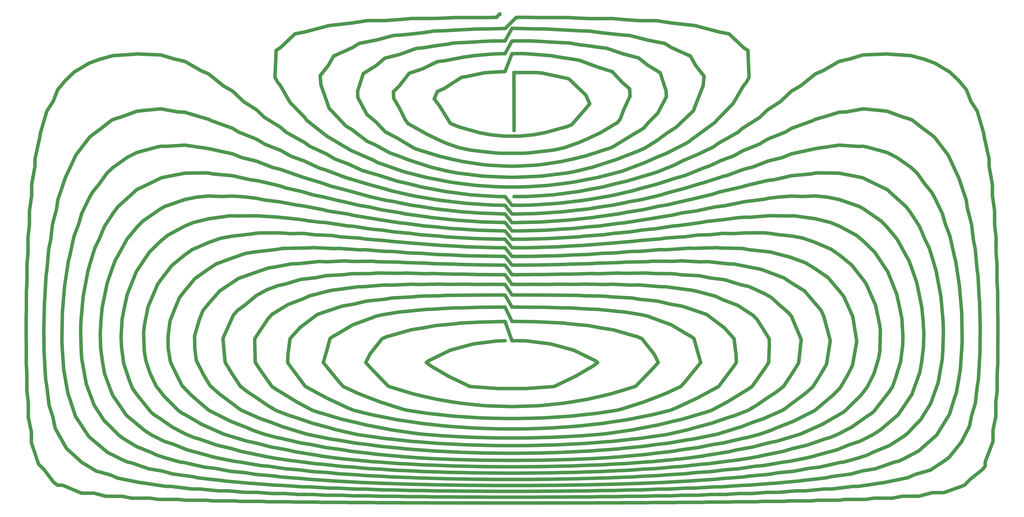
<source format=gbr>
%TF.GenerationSoftware,KiCad,Pcbnew,7.0.1-3b83917a11~172~ubuntu22.04.1*%
%TF.CreationDate,2023-12-10T15:57:56-05:00*%
%TF.ProjectId,coil_template_first,636f696c-5f74-4656-9d70-6c6174655f66,rev?*%
%TF.SameCoordinates,Original*%
%TF.FileFunction,Copper,L1,Top*%
%TF.FilePolarity,Positive*%
%FSLAX46Y46*%
G04 Gerber Fmt 4.6, Leading zero omitted, Abs format (unit mm)*
G04 Created by KiCad (PCBNEW 7.0.1-3b83917a11~172~ubuntu22.04.1) date 2023-12-10 15:57:56*
%MOMM*%
%LPD*%
G01*
G04 APERTURE LIST*
%TA.AperFunction,SMDPad,CuDef*%
%ADD10R,5.000000X5.000000*%
%TD*%
%TA.AperFunction,ViaPad*%
%ADD11C,4.000000*%
%TD*%
%TA.AperFunction,Conductor*%
%ADD12C,5.000000*%
%TD*%
G04 APERTURE END LIST*
D10*
%TO.P,J2,1,Pin_1*%
%TO.N,Net-(J1-Pin_1)*%
X732343547Y-3250000D03*
%TD*%
D11*
%TO.N,Net-(J1-Pin_1)*%
X752948944Y-170209736D03*
X739942138Y-472602643D03*
X752963080Y-265687332D03*
%TD*%
D12*
%TO.N,Net-(J1-Pin_1)*%
X726810000Y-406997800D02*
X740000000Y-406930000D01*
X1050470000Y-213532400D02*
X1068060000Y-207060000D01*
X1004470000Y-270010100D02*
X1006330000Y-269610000D01*
X959890000Y-208096200D02*
X939860000Y-216970000D01*
X1021190000Y-246573200D02*
X1023950000Y-245920000D01*
X1406610000Y-595322600D02*
X1397580000Y-613150000D01*
X1068960000Y-704069500D02*
X1062410000Y-704520000D01*
X752410000Y-705810500D02*
X747590000Y-705810000D01*
X540120000Y-503974900D02*
X545920000Y-492040000D01*
X993560000Y-629316600D02*
X981020000Y-631490000D01*
X555060000Y-40603000D02*
X579980000Y-34030000D01*
X1322650000Y-223613700D02*
X1331280000Y-231710000D01*
X1156850000Y-688408100D02*
X1133260000Y-690520000D01*
X331590000Y-325441900D02*
X348340000Y-322360000D01*
X927190000Y-538312300D02*
X893890000Y-548460000D01*
X357340000Y-383153000D02*
X378890000Y-375510000D01*
X1356990000Y-366454500D02*
X1358990000Y-373570000D01*
X958690000Y-279746600D02*
X972830000Y-277450000D01*
X1219640000Y-269755500D02*
X1247980000Y-279550000D01*
X1053310000Y-413976100D02*
X1073740000Y-421730000D01*
X1105610000Y-606987400D02*
X1087970000Y-611680000D01*
X317540000Y-638833300D02*
X313960000Y-637590000D01*
X158540000Y-68084300D02*
X177350000Y-62990000D01*
X589170000Y-61094800D02*
X612050000Y-52760000D01*
X425630000Y-172953600D02*
X452050000Y-187580000D01*
X1094670000Y-538312300D02*
X1087940000Y-542940000D01*
X637520000Y-651515300D02*
X625990000Y-651220000D01*
X694630000Y-325678300D02*
X727030000Y-326630000D01*
X400240000Y-440460200D02*
X405640000Y-434700000D01*
X740000000Y-265495200D02*
X750000000Y-278050000D01*
X942610000Y-580682200D02*
X915500000Y-586090000D01*
X1080930000Y-340059700D02*
X1089720000Y-341760000D01*
X1151180000Y-264800500D02*
X1166650000Y-265400000D01*
X779030000Y-623188800D02*
X760320000Y-623370000D01*
X932080000Y-667684300D02*
X923310000Y-668360000D01*
X835760000Y-560682600D02*
X823080000Y-562540000D01*
X878240000Y-606987400D02*
X849930000Y-609280000D01*
X53870000Y-362964600D02*
X55270000Y-346230000D01*
X541600000Y-147383900D02*
X528610000Y-123100000D01*
X413480000Y-101044300D02*
X409810000Y-94070000D01*
X1232140000Y-521094600D02*
X1221170000Y-540230000D01*
X1074160000Y-173171300D02*
X1080460000Y-167590000D01*
X1080470000Y-251482500D02*
X1083560000Y-250340000D01*
X918380000Y-316405600D02*
X938410000Y-313300000D01*
X992540000Y-357836300D02*
X1020450000Y-359310000D01*
X677720000Y-94027400D02*
X682700000Y-93420000D01*
X70610000Y-650132200D02*
X69240000Y-646280000D01*
X193680000Y-424507000D02*
X197710000Y-406140000D01*
X439580000Y-632386300D02*
X427710000Y-629610000D01*
X1062410000Y-704523700D02*
X1029260000Y-704520000D01*
X1206390000Y-471099700D02*
X1206700000Y-473120000D01*
X717590000Y-653578900D02*
X703580000Y-653460000D01*
X528610000Y-123097600D02*
X528340000Y-114180000D01*
X785370000Y-87307000D02*
X793110000Y-87920000D01*
X1244740000Y-473389600D02*
X1243870000Y-479310000D01*
X78960000Y-416820100D02*
X79440000Y-411240000D01*
X677030000Y-376924300D02*
X704280000Y-377560000D01*
X378890000Y-375505600D02*
X400630000Y-368000000D01*
X1164040000Y-606767000D02*
X1163480000Y-606990000D01*
X1226540000Y-646900800D02*
X1219610000Y-647810000D01*
X609310000Y-195934900D02*
X585570000Y-181610000D01*
X824950000Y-195319200D02*
X811140000Y-198380000D01*
X693560000Y-680412900D02*
X688100000Y-680410000D01*
X995470000Y-694669300D02*
X978360000Y-695540000D01*
X1333680000Y-696090500D02*
X1310210000Y-696090000D01*
X291040000Y-341674900D02*
X314450000Y-331520000D01*
X1322650000Y-154714000D02*
X1325330000Y-156240000D01*
X378440000Y-601475000D02*
X369960000Y-597720000D01*
X952670000Y-376102800D02*
X981100000Y-376330000D01*
X313960000Y-637585200D02*
X283520000Y-629400000D01*
X762390000Y-662889600D02*
X737610000Y-662890000D01*
X979120000Y-675662400D02*
X967290000Y-676270000D01*
X1340640000Y-579427100D02*
X1337020000Y-585540000D01*
X541640000Y-553253900D02*
X527660000Y-547710000D01*
X486390000Y-19938200D02*
X486600000Y-19840000D01*
X141280000Y-608488400D02*
X123420000Y-581340000D01*
X1150960000Y-114012600D02*
X1164370000Y-106310000D01*
X447520000Y-258067400D02*
X465970000Y-263430000D01*
X57390000Y-305569000D02*
X57390000Y-286100000D01*
X791130000Y-363697200D02*
X826790000Y-362960000D01*
X169610000Y-633179500D02*
X143200000Y-610890000D01*
X770770000Y-265444400D02*
X800720000Y-263610000D01*
X289860000Y-551170900D02*
X276590000Y-537460000D01*
X540640000Y-593784100D02*
X522950000Y-589390000D01*
X656450000Y-323474800D02*
X686740000Y-325150000D01*
X891600000Y-669486200D02*
X884740000Y-669890000D01*
X599700000Y-628300200D02*
X583720000Y-626530000D01*
X386840000Y-317766600D02*
X416260000Y-317630000D01*
X737970000Y-689052500D02*
X722590000Y-689050000D01*
X1041970000Y-158416200D02*
X1007320000Y-183680000D01*
X1132460000Y-266186400D02*
X1151180000Y-264800000D01*
X1202390000Y-266294700D02*
X1219640000Y-269760000D01*
X1111180000Y-371388700D02*
X1140660000Y-382510000D01*
X147800000Y-259140000D02*
X156620000Y-248570000D01*
X1409540000Y-305094700D02*
X1412140000Y-327510000D01*
X1150960000Y-204110100D02*
X1184630000Y-196840000D01*
X663700000Y-697090000D02*
X639080000Y-697090000D01*
X1006330000Y-269614800D02*
X1036810000Y-262430000D01*
X1434770000Y-211712300D02*
X1434770000Y-222180000D01*
X856030000Y-594064500D02*
X842040000Y-595540000D01*
X121260000Y-322786100D02*
X128240000Y-304320000D01*
X1289130000Y-255921500D02*
X1291440000Y-258180000D01*
X1011010000Y-141046900D02*
X1009980000Y-142580000D01*
X1166650000Y-265398200D02*
X1185300000Y-264610000D01*
X498260000Y-615080500D02*
X489640000Y-613910000D01*
X663340000Y-311472400D02*
X679390000Y-312360000D01*
X1142630000Y-172716000D02*
X1150960000Y-167500000D01*
X1368900000Y-446770800D02*
X1369140000Y-460590000D01*
X634240000Y-499493700D02*
X661020000Y-486410000D01*
X1277180000Y-447318500D02*
X1278710000Y-457310000D01*
X745150000Y-237722300D02*
X714690000Y-236470000D01*
X989790000Y-567214500D02*
X984860000Y-569510000D01*
X740000000Y-406931600D02*
X750000000Y-424330000D01*
X1152790000Y-518500300D02*
X1139680000Y-538310000D01*
X760320000Y-623365100D02*
X739680000Y-623360000D01*
X687640000Y-337842400D02*
X694100000Y-337970000D01*
X303270000Y-151214700D02*
X314700000Y-154380000D01*
X1390650000Y-237053700D02*
X1391320000Y-238900000D01*
X1152290000Y-627661000D02*
X1138920000Y-631700000D01*
X238130000Y-398980300D02*
X241240000Y-391700000D01*
X766290000Y-406931500D02*
X773190000Y-407000000D01*
X904180000Y-360356900D02*
X911770000Y-359680000D01*
X750000000Y-60090200D02*
X762320000Y-60010000D01*
X412030000Y-680348600D02*
X376350000Y-677540000D01*
X1252140000Y-659844900D02*
X1236490000Y-664230000D01*
X782960000Y-583937700D02*
X756790000Y-584470000D01*
X898620000Y-588596700D02*
X879180000Y-591540000D01*
X1164370000Y-106311000D02*
X1185300000Y-89290000D01*
X1118450000Y-664739400D02*
X1090170000Y-667150000D01*
X630040000Y-294994900D02*
X633070000Y-295510000D01*
X915660000Y-243084500D02*
X945810000Y-234010000D01*
X906640000Y-639345100D02*
X878170000Y-641320000D01*
X1170280000Y-548963200D02*
X1148940000Y-564820000D01*
X211060000Y-624732300D02*
X191050000Y-612570000D01*
X204160000Y-698889200D02*
X190240000Y-696220000D01*
X160010000Y-443849500D02*
X161740000Y-424920000D01*
X620710000Y-82316400D02*
X642870000Y-71650000D01*
X349040000Y-293073900D02*
X353390000Y-293360000D01*
X888740000Y-605788100D02*
X887480000Y-605980000D01*
X405220000Y-692209200D02*
X383810000Y-690520000D01*
X836650000Y-311467600D02*
X862110000Y-308790000D01*
X1013610000Y-19993200D02*
X1014680000Y-20340000D01*
X562400000Y-624580400D02*
X541460000Y-621610000D01*
X304280000Y-84873500D02*
X314700000Y-89290000D01*
X893960000Y-617259700D02*
X881660000Y-618110000D01*
X882800000Y-391812000D02*
X893500000Y-391470000D01*
X306330000Y-429370700D02*
X314480000Y-419440000D01*
X801060000Y-249490000D02*
X776890000Y-251140000D01*
X506210000Y-422904600D02*
X521970000Y-420270000D01*
X875960000Y-696729900D02*
X860920000Y-697090000D01*
X584310000Y-696220800D02*
X560690000Y-696220000D01*
X950910000Y-634909100D02*
X944090000Y-635870000D01*
X1183420000Y-573474000D02*
X1153560000Y-588530000D01*
X811640000Y-611289300D02*
X806610000Y-611430000D01*
X556830000Y-216484500D02*
X551160000Y-213370000D01*
X1055920000Y-658101100D02*
X1037190000Y-660610000D01*
X1259680000Y-581158600D02*
X1237340000Y-596870000D01*
X720720000Y-176893000D02*
X703840000Y-173860000D01*
X557720000Y-234472000D02*
X584800000Y-243270000D01*
X999440000Y-323150000D02*
X1016340000Y-320820000D01*
X449010000Y-412937500D02*
X459460000Y-408140000D01*
X505140000Y-191075500D02*
X485990000Y-179630000D01*
X383380000Y-140862300D02*
X394340000Y-151480000D01*
X1029910000Y-435299900D02*
X1054750000Y-454110000D01*
X381280000Y-344972500D02*
X403920000Y-342470000D01*
X970460000Y-260966500D02*
X998170000Y-253540000D01*
X672350000Y-643481900D02*
X669900000Y-643440000D01*
X1247980000Y-279551600D02*
X1253970000Y-282750000D01*
X751920000Y-644667700D02*
X748080000Y-644670000D01*
X521970000Y-420270400D02*
X541490000Y-415650000D01*
X750560000Y-23725200D02*
X784070000Y-24510000D01*
X276590000Y-537464100D02*
X267400000Y-519220000D01*
X728590000Y-541251000D02*
X690970000Y-538540000D01*
X1148920000Y-293328000D02*
X1151910000Y-293110000D01*
X776890000Y-251138100D02*
X762890000Y-251720000D01*
X108680000Y-98991800D02*
X121780000Y-86420000D01*
X584500000Y-586089400D02*
X557390000Y-580680000D01*
X579980000Y-34034200D02*
X589400000Y-33390000D01*
X1012120000Y-137382000D02*
X1011010000Y-141050000D01*
X602990000Y-263227900D02*
X611810000Y-265060000D01*
X900280000Y-572649900D02*
X870890000Y-577100000D01*
X673210000Y-362966400D02*
X708870000Y-363700000D01*
X733160000Y-680673400D02*
X727400000Y-680670000D01*
X915690000Y-696221100D02*
X900160000Y-696730000D01*
X951970000Y-358358200D02*
X982040000Y-358570000D01*
X929850000Y-200599700D02*
X922620000Y-203320000D01*
X216920000Y-676667500D02*
X212470000Y-675820000D01*
X177350000Y-365448500D02*
X180580000Y-356850000D01*
X53690000Y-544360300D02*
X53690000Y-520640000D01*
X1391720000Y-524393300D02*
X1387740000Y-547410000D01*
X639080000Y-697090000D02*
X624040000Y-696730000D01*
X740000000Y-391766800D02*
X750000000Y-406930000D01*
X759700000Y-314837800D02*
X780010000Y-314370000D01*
X600640000Y-160548500D02*
X596420000Y-154590000D01*
X832030000Y-96710100D02*
X856010000Y-119670000D01*
X78730000Y-495579700D02*
X78410000Y-490720000D01*
X1013350000Y-19875500D02*
X1013610000Y-19990000D01*
X931400000Y-66207200D02*
X944610000Y-76530000D01*
X656670000Y-46668200D02*
X666390000Y-44760000D01*
X584360000Y-206114100D02*
X574560000Y-202670000D01*
X143010000Y-366457600D02*
X151050000Y-339890000D01*
X907700000Y-229099400D02*
X907620000Y-229130000D01*
X57390000Y-286097600D02*
X60520000Y-264330000D01*
X740000000Y-278047900D02*
X750000000Y-290600000D01*
X579790000Y-114719300D02*
X579790000Y-114720000D01*
X132490000Y-499100800D02*
X131640000Y-486520000D01*
X321070000Y-233009700D02*
X349040000Y-235500000D01*
X1048900000Y-258513500D02*
X1080470000Y-251480000D01*
X993790000Y-422895600D02*
X1025030000Y-433420000D01*
X166800000Y-400502200D02*
X168960000Y-389630000D01*
X1396320000Y-681451300D02*
X1369860000Y-690940000D01*
X647790000Y-256919400D02*
X654480000Y-258230000D01*
X1389920000Y-235859900D02*
X1390650000Y-237050000D01*
X305570000Y-231420300D02*
X314700000Y-231690000D01*
X335640000Y-106306800D02*
X349040000Y-114000000D01*
X971110000Y-113565900D02*
X971580000Y-122190000D01*
X634470000Y-361739500D02*
X668860000Y-362710000D01*
X589580000Y-705406900D02*
X555420000Y-705410000D01*
X1309560000Y-440876600D02*
X1311030000Y-465610000D01*
X452050000Y-187583200D02*
X459540000Y-193210000D01*
X597260000Y-375398200D02*
X626110000Y-376310000D01*
X263140000Y-597199300D02*
X244220000Y-584070000D01*
X656160000Y-271925600D02*
X684150000Y-275240000D01*
X383440000Y-267963100D02*
X394150000Y-270320000D01*
X944940000Y-40714500D02*
X968990000Y-45350000D01*
X483580000Y-379083600D02*
X508790000Y-377730000D01*
X342650000Y-392938200D02*
X357340000Y-383150000D01*
X753080000Y-567288200D02*
X746920000Y-567290000D01*
X835730000Y-162120500D02*
X831230000Y-164070000D01*
X1239410000Y-682005900D02*
X1209370000Y-685690000D01*
X1088900000Y-572649900D02*
X1069840000Y-580110000D01*
X1103700000Y-639058000D02*
X1091090000Y-641320000D01*
X514330000Y-643061600D02*
X512400000Y-642950000D01*
X1302820000Y-326944000D02*
X1316030000Y-351200000D01*
X268370000Y-420861000D02*
X268370000Y-420860000D01*
X972830000Y-685904400D02*
X961060000Y-685900000D01*
X568880000Y-613287400D02*
X533820000Y-608320000D01*
X1253970000Y-193152800D02*
X1259230000Y-194200000D01*
X364770000Y-129017400D02*
X383380000Y-140860000D01*
X646160000Y-207578700D02*
X615080000Y-198010000D01*
X222860000Y-447787700D02*
X227580000Y-424030000D01*
X446960000Y-619543100D02*
X418040000Y-612770000D01*
X750000000Y-278047600D02*
X761430000Y-278050000D01*
X832330000Y-44762700D02*
X845290000Y-47070000D01*
X211690000Y-371973700D02*
X229410000Y-345460000D01*
X976940000Y-572649900D02*
X950930000Y-579110000D01*
X380690000Y-474942500D02*
X380790000Y-469500000D01*
X637550000Y-631074400D02*
X625200000Y-630070000D01*
X91690000Y-128089700D02*
X97760000Y-112060000D01*
X1000840000Y-528647800D02*
X992510000Y-538310000D01*
X815840000Y-275238300D02*
X843840000Y-271920000D01*
X1331280000Y-231707900D02*
X1343380000Y-248570000D01*
X1359990000Y-537432300D02*
X1350790000Y-563110000D01*
X900300000Y-628302400D02*
X874790000Y-630080000D01*
X993330000Y-289106700D02*
X1013770000Y-286250000D01*
X544120000Y-656405600D02*
X520710000Y-654160000D01*
X60520000Y-264327100D02*
X60520000Y-248450000D01*
X1396080000Y-470604200D02*
X1396010000Y-476030000D01*
X793110000Y-87922600D02*
X828060000Y-95490000D01*
X103930000Y-470605200D02*
X104530000Y-436270000D01*
X549820000Y-646466200D02*
X514330000Y-643060000D01*
X587130000Y-288393600D02*
X596720000Y-290390000D01*
X850590000Y-335736100D02*
X887750000Y-332820000D01*
X1385140000Y-554737400D02*
X1377940000Y-578220000D01*
X501490000Y-339979100D02*
X530760000Y-342030000D01*
X518040000Y-198707200D02*
X505140000Y-191080000D01*
X1056220000Y-278516200D02*
X1083510000Y-272890000D01*
X394370000Y-606987400D02*
X378440000Y-601480000D01*
X474610000Y-91845500D02*
X474610000Y-91850000D01*
X1229700000Y-143835900D02*
X1253970000Y-139450000D01*
X383810000Y-690522600D02*
X366740000Y-690520000D01*
X787040000Y-705810500D02*
X752410000Y-705810000D01*
X1278570000Y-250795700D02*
X1288310000Y-255370000D01*
X881660000Y-618114600D02*
X856190000Y-620180000D01*
X740000000Y-364007200D02*
X750000000Y-377770000D01*
X1219640000Y-144288700D02*
X1229700000Y-143840000D01*
X596420000Y-154587400D02*
X589460000Y-140170000D01*
X502710000Y-271803800D02*
X506280000Y-272350000D01*
X904430000Y-303773700D02*
X910810000Y-303230000D01*
X712310000Y-644384900D02*
X708810000Y-644360000D01*
X482640000Y-626084100D02*
X462820000Y-622040000D01*
X388880000Y-651978400D02*
X358670000Y-646740000D01*
X630240000Y-506465900D02*
X627070000Y-503970000D01*
X594760000Y-430878700D02*
X627220000Y-427550000D01*
X1036360000Y-572649900D02*
X1027800000Y-575590000D01*
X784070000Y-24510800D02*
X800960000Y-24670000D01*
X1281400000Y-142028400D02*
X1288310000Y-142790000D01*
X548590000Y-358415400D02*
X557060000Y-359170000D01*
X1188540000Y-701895100D02*
X1179760000Y-702800000D01*
X861890000Y-27718700D02*
X878020000Y-30000000D01*
X159610000Y-483523400D02*
X158970000Y-462780000D01*
X494390000Y-399764300D02*
X529830000Y-395070000D01*
X578370000Y-411183300D02*
X606950000Y-409670000D01*
X78410000Y-490717200D02*
X78000000Y-455710000D01*
X1045630000Y-606636900D02*
X1044330000Y-606990000D01*
X585570000Y-181605200D02*
X567920000Y-172390000D01*
X1054750000Y-454108800D02*
X1068620000Y-469640000D01*
X554830000Y-77366800D02*
X567340000Y-66710000D01*
X604260000Y-277726900D02*
X621850000Y-280160000D01*
X894100000Y-9648800D02*
X910630000Y-11130000D01*
X1206360000Y-475413000D02*
X1201420000Y-506340000D01*
X1184650000Y-418462300D02*
X1193570000Y-429030000D01*
X150010000Y-691684900D02*
X132060000Y-691680000D01*
X756300000Y-424328600D02*
X783290000Y-424590000D01*
X143010000Y-73820700D02*
X158540000Y-68080000D01*
X530900000Y-45289900D02*
X555060000Y-40600000D01*
X493090000Y-399834200D02*
X494390000Y-399760000D01*
X259670000Y-502791200D02*
X256550000Y-483600000D01*
X351420000Y-702803300D02*
X320240000Y-702800000D01*
X416340000Y-273018100D02*
X441260000Y-277750000D01*
X690720000Y-538518000D02*
X689310000Y-538310000D01*
X510160000Y-357973700D02*
X520720000Y-358710000D01*
X1096020000Y-222941400D02*
X1117200000Y-214500000D01*
X670820000Y-164196200D02*
X661460000Y-160290000D01*
X666290000Y-581040200D02*
X634560000Y-577690000D01*
X459540000Y-193209300D02*
X484170000Y-204540000D01*
X405060000Y-590158700D02*
X388280000Y-584350000D01*
X638360000Y-125061200D02*
X638360000Y-125060000D01*
X982740000Y-307578600D02*
X989310000Y-307170000D01*
X806440000Y-680413500D02*
X772600000Y-680670000D01*
X1421930000Y-451465300D02*
X1422000000Y-455710000D01*
X896260000Y-346579800D02*
X920530000Y-344420000D01*
X431350000Y-469637300D02*
X445920000Y-453540000D01*
X1083540000Y-295214400D02*
X1091340000Y-295190000D01*
X955880000Y-656406600D02*
X938100000Y-657210000D01*
X637110000Y-376099000D02*
X665150000Y-377000000D01*
X694320000Y-407036300D02*
X726810000Y-407000000D01*
X1102190000Y-442742100D02*
X1119160000Y-469970000D01*
X1356990000Y-181028800D02*
X1376060000Y-205990000D01*
X452050000Y-151255700D02*
X431430000Y-130170000D01*
X931120000Y-613289200D02*
X923480000Y-613990000D01*
X176650000Y-550841300D02*
X173460000Y-542450000D01*
X1199850000Y-613540600D02*
X1173250000Y-622810000D01*
X820790000Y-215168900D02*
X795310000Y-219060000D01*
X1219640000Y-191569800D02*
X1247350000Y-193420000D01*
X1013780000Y-77336500D02*
X1025620000Y-92530000D01*
X520730000Y-51522800D02*
X530900000Y-45290000D01*
X110390000Y-627257900D02*
X104870000Y-617350000D01*
X922620000Y-203324000D02*
X898990000Y-212510000D01*
X313130000Y-196323000D02*
X314700000Y-196560000D01*
X879380000Y-660552000D02*
X856950000Y-661140000D01*
X347630000Y-519146300D02*
X338190000Y-503450000D01*
X1068160000Y-362374600D02*
X1103260000Y-369190000D01*
X1279050000Y-600505500D02*
X1268010000Y-607610000D01*
X587710000Y-649189400D02*
X555890000Y-646740000D01*
X1120140000Y-292964600D02*
X1148920000Y-293330000D01*
X1322650000Y-62976200D02*
X1341470000Y-68080000D01*
X428420000Y-420687300D02*
X449010000Y-412940000D01*
X479000000Y-650219300D02*
X469150000Y-649580000D01*
X579030000Y-687034600D02*
X565970000Y-687030000D01*
X142090000Y-543378500D02*
X138920000Y-534900000D01*
X542440000Y-247468800D02*
X569060000Y-254800000D01*
X1220100000Y-401448800D02*
X1226130000Y-408970000D01*
X1444730000Y-346227100D02*
X1446130000Y-362960000D01*
X1418710000Y-378715200D02*
X1420570000Y-411240000D01*
X1289540000Y-374017600D02*
X1290210000Y-375810000D01*
X415480000Y-295224000D02*
X443440000Y-298120000D01*
X200220000Y-528087600D02*
X192630000Y-505150000D01*
X958540000Y-621615000D02*
X937610000Y-624580000D01*
X1234450000Y-621963300D02*
X1216480000Y-629390000D01*
X944580000Y-705407000D02*
X910420000Y-705410000D01*
X944110000Y-646742500D02*
X912300000Y-649190000D01*
X1291690000Y-623300600D02*
X1267850000Y-633010000D01*
X487890000Y-138974300D02*
X487000000Y-137710000D01*
X1081770000Y-106890200D02*
X1067350000Y-131720000D01*
X1185300000Y-231698700D02*
X1194410000Y-231430000D01*
X441280000Y-560748800D02*
X420160000Y-547780000D01*
X239780000Y-636874500D02*
X232920000Y-633460000D01*
X750000000Y-314838000D02*
X759700000Y-314840000D01*
X936400000Y-469637300D02*
X954070000Y-492040000D01*
X1043460000Y-156320200D02*
X1041970000Y-158420000D01*
X246030000Y-193140000D02*
X252670000Y-193400000D01*
X698350000Y-662567600D02*
X683100000Y-662200000D01*
X983900000Y-705180900D02*
X949990000Y-705180000D01*
X567870000Y-598922100D02*
X540640000Y-593780000D01*
X1304500000Y-645909100D02*
X1299060000Y-647040000D01*
X801650000Y-662568400D02*
X777130000Y-662770000D01*
X690920000Y-63768200D02*
X694410000Y-63030000D01*
X1023070000Y-302484300D02*
X1028260000Y-301380000D01*
X811280000Y-43774400D02*
X832330000Y-44760000D01*
X665150000Y-376995300D02*
X677030000Y-376920000D01*
X1338270000Y-424918800D02*
X1340000000Y-443860000D01*
X511750000Y-164233100D02*
X487890000Y-138970000D01*
X1017360000Y-626083300D02*
X993560000Y-629320000D01*
X528340000Y-114177000D02*
X536490000Y-88680000D01*
X768430000Y-60093700D02*
X768920000Y-60120000D01*
X618960000Y-687882500D02*
X604930000Y-687880000D01*
X932130000Y-598924800D02*
X923820000Y-600580000D01*
X479540000Y-174953600D02*
X455340000Y-155890000D01*
X1367510000Y-499101900D02*
X1362080000Y-530220000D01*
X750000000Y-424328600D02*
X756300000Y-424330000D01*
X280400000Y-647818500D02*
X273460000Y-646910000D01*
X676760000Y-425471100D02*
X704410000Y-424600000D01*
X725770000Y-202793100D02*
X693220000Y-199090000D01*
X190240000Y-570541400D02*
X176650000Y-550840000D01*
X959880000Y-503974900D02*
X952160000Y-512580000D01*
X666760000Y-8295400D02*
X686920000Y-8290000D01*
X1094780000Y-692208500D02*
X1075770000Y-692210000D01*
X846190000Y-679877500D02*
X811900000Y-680410000D01*
X541490000Y-415646000D02*
X565440000Y-413250000D01*
X1253970000Y-61903400D02*
X1285700000Y-60670000D01*
X583720000Y-626529500D02*
X562400000Y-624580000D01*
X52640000Y-441146500D02*
X53010000Y-426420000D01*
X775060000Y-391677300D02*
X803850000Y-391700000D01*
X1201420000Y-506342200D02*
X1193240000Y-520610000D01*
X316630000Y-537212100D02*
X307130000Y-521420000D01*
X1117470000Y-619610600D02*
X1095840000Y-625370000D01*
X862480000Y-651517000D02*
X835380000Y-652620000D01*
X314870000Y-572660500D02*
X289860000Y-551170000D01*
X1000540000Y-188639400D02*
X971450000Y-203470000D01*
X98220000Y-270108100D02*
X108680000Y-238900000D01*
X192630000Y-505154500D02*
X189440000Y-481380000D01*
X1342690000Y-327063900D02*
X1348950000Y-339890000D01*
X787050000Y-302117600D02*
X791760000Y-301980000D01*
X732380000Y-672000300D02*
X728160000Y-671970000D01*
X1253970000Y-139453800D02*
X1281400000Y-142030000D01*
X1397580000Y-613150700D02*
X1395040000Y-618130000D01*
X1166470000Y-324953900D02*
X1184860000Y-331180000D01*
X915500000Y-586091800D02*
X898620000Y-588600000D01*
X602010000Y-32202500D02*
X623580000Y-29870000D01*
X796730000Y-697320100D02*
X782230000Y-697430000D01*
X1005690000Y-399754000D02*
X1007060000Y-399830000D01*
X108680000Y-238896900D02*
X109350000Y-237050000D01*
X595820000Y-360364700D02*
X628600000Y-361280000D01*
X165320000Y-520614800D02*
X162450000Y-504840000D01*
X334680000Y-673657700D02*
X299770000Y-669780000D01*
X655140000Y-407498300D02*
X687220000Y-407260000D01*
X414360000Y-295061700D02*
X415100000Y-295150000D01*
X1322650000Y-365447700D02*
X1331040000Y-389630000D01*
X81290000Y-378715500D02*
X82560000Y-370000000D01*
X927400000Y-538130700D02*
X927190000Y-538310000D01*
X1335370000Y-517971300D02*
X1328030000Y-538470000D01*
X444250000Y-278057300D02*
X449850000Y-278900000D01*
X784310000Y-220331900D02*
X754240000Y-221900000D01*
X1118220000Y-242169300D02*
X1126620000Y-241190000D01*
X733370000Y-612367200D02*
X727220000Y-612310000D01*
X843250000Y-391624800D02*
X854180000Y-391270000D01*
X190290000Y-442068100D02*
X193680000Y-424510000D01*
X463520000Y-338843400D02*
X494840000Y-340290000D01*
X180580000Y-356855000D02*
X183970000Y-351200000D01*
X416260000Y-317628500D02*
X431980000Y-318760000D01*
X923700000Y-257025700D02*
X933380000Y-254120000D01*
X634560000Y-577693500D02*
X629110000Y-577100000D01*
X926240000Y-677849300D02*
X889990000Y-679040000D01*
X572130000Y-537669800D02*
X547840000Y-512580000D01*
X887480000Y-605980100D02*
X878240000Y-606990000D01*
X443760000Y-361955800D02*
X473730000Y-358730000D01*
X1246460000Y-641325000D02*
X1226540000Y-646900000D01*
X1003690000Y-270118300D02*
X1004470000Y-270010000D01*
X1069840000Y-580106700D02*
X1059440000Y-583300000D01*
X922610000Y-272130100D02*
X931580000Y-270710000D01*
X1120850000Y-318496100D02*
X1132150000Y-320220000D01*
X1444400000Y-560461200D02*
X1444400000Y-581410000D01*
X794410000Y-289297600D02*
X822810000Y-287360000D01*
X1046360000Y-188810600D02*
X1074160000Y-173170000D01*
X1399410000Y-680186500D02*
X1396320000Y-681450000D01*
X782230000Y-697431600D02*
X757220000Y-697430000D01*
X382530000Y-619618300D02*
X369540000Y-616980000D01*
X809530000Y-262974900D02*
X845520000Y-258220000D01*
X657760000Y-229040500D02*
X635700000Y-223740000D01*
X1023180000Y-704889800D02*
X989600000Y-704890000D01*
X676490000Y-166177000D02*
X670820000Y-164200000D01*
X403920000Y-342474300D02*
X415580000Y-340900000D01*
X1269420000Y-574222700D02*
X1266290000Y-576900000D01*
X162450000Y-504835700D02*
X159610000Y-483520000D01*
X623530000Y-9538200D02*
X640370000Y-9500000D01*
X541460000Y-621613700D02*
X525680000Y-619820000D01*
X604700000Y-457024300D02*
X620590000Y-454590000D01*
X795720000Y-377554200D02*
X822970000Y-376920000D01*
X989310000Y-307165700D02*
X1008610000Y-304510000D01*
X817870000Y-622134900D02*
X800180000Y-622640000D01*
X574560000Y-202671200D02*
X553130000Y-190900000D01*
X488560000Y-684448900D02*
X458160000Y-682620000D01*
X1361640000Y-604771500D02*
X1359990000Y-607560000D01*
X708240000Y-301980700D02*
X740000000Y-302740000D01*
X1041840000Y-682618600D02*
X1011440000Y-684450000D01*
X1026910000Y-433910100D02*
X1029910000Y-435300000D01*
X862110000Y-308787900D02*
X874040000Y-307890000D01*
X705590000Y-289299400D02*
X740000000Y-290470000D01*
X810710000Y-538312300D02*
X809290000Y-538520000D01*
X1169750000Y-401071700D02*
X1184650000Y-418460000D01*
X415580000Y-340899000D02*
X420080000Y-340030000D01*
X381500000Y-503748400D02*
X380690000Y-474940000D01*
X253300000Y-682005100D02*
X218080000Y-676670000D01*
X739630000Y-178654100D02*
X720720000Y-176890000D01*
X694410000Y-63029000D02*
X719790000Y-60820000D01*
X812780000Y-407258800D02*
X844860000Y-407500000D01*
X1318500000Y-605106100D02*
X1312880000Y-609610000D01*
X1358380000Y-609177800D02*
X1333760000Y-631000000D01*
X695140000Y-477140300D02*
X728350000Y-472990000D01*
X1074400000Y-656716200D02*
X1055920000Y-658100000D01*
X409810000Y-94072400D02*
X411100000Y-62960000D01*
X920530000Y-344415400D02*
X934330000Y-344180000D01*
X557060000Y-359167800D02*
X588240000Y-359690000D01*
X211690000Y-255367400D02*
X221450000Y-250780000D01*
X1206370000Y-611786600D02*
X1199850000Y-613540000D01*
X314700000Y-264615300D02*
X333360000Y-265390000D01*
X1005550000Y-674201100D02*
X979120000Y-675660000D01*
X677910000Y-447145100D02*
X704460000Y-445910000D01*
X966600000Y-676266200D02*
X928760000Y-677850000D01*
X520710000Y-654160100D02*
X506410000Y-653370000D01*
X532380000Y-608156600D02*
X525620000Y-606990000D01*
X679200000Y-215183500D02*
X662440000Y-211490000D01*
X718080000Y-87006800D02*
X740000000Y-85830000D01*
X812460000Y-64282700D02*
X846350000Y-69460000D01*
X183890000Y-670019100D02*
X173210000Y-665350000D01*
X801940000Y-276187100D02*
X815840000Y-275240000D01*
X376350000Y-677537600D02*
X374200000Y-677540000D01*
X469150000Y-649577800D02*
X436690000Y-645240000D01*
X484450000Y-485590300D02*
X488810000Y-469640000D01*
X1184630000Y-196837300D02*
X1185300000Y-196580000D01*
X896110000Y-277636600D02*
X922610000Y-272130000D01*
X577230000Y-392724100D02*
X606500000Y-391480000D01*
X627070000Y-503974900D02*
X630210000Y-501440000D01*
X923480000Y-613987500D02*
X893960000Y-617260000D01*
X1361630000Y-532800500D02*
X1359990000Y-537430000D01*
X1288310000Y-60403100D02*
X1291290000Y-60880000D01*
X847220000Y-609412700D02*
X811640000Y-611290000D01*
X1111220000Y-514799500D02*
X1094670000Y-538310000D01*
X680430000Y-350404400D02*
X701490000Y-350840000D01*
X256250000Y-466795000D02*
X259280000Y-443900000D01*
X777790000Y-277664700D02*
X801940000Y-276190000D01*
X1328710000Y-664680300D02*
X1318280000Y-669420000D01*
X1095840000Y-625369700D02*
X1072290000Y-629600000D01*
X230840000Y-698889200D02*
X204160000Y-698890000D01*
X1105170000Y-369388700D02*
X1111180000Y-371390000D01*
X143010000Y-267873900D02*
X147800000Y-259140000D01*
X314700000Y-231686700D02*
X321070000Y-233010000D01*
X773190000Y-406997700D02*
X805680000Y-407040000D01*
X795310000Y-219061200D02*
X784310000Y-220330000D01*
X496500000Y-464614400D02*
X521620000Y-449730000D01*
X358670000Y-646740700D02*
X352770000Y-646170000D01*
X522950000Y-589390800D02*
X505950000Y-585500000D01*
X208680000Y-60892900D02*
X211690000Y-60410000D01*
X654670000Y-70125400D02*
X680940000Y-64980000D01*
X1203420000Y-381783300D02*
X1220100000Y-401450000D01*
X1164400000Y-606587300D02*
X1164040000Y-606770000D01*
X514660000Y-307737700D02*
X522830000Y-308270000D01*
X806810000Y-199038000D02*
X774240000Y-202800000D01*
X593340000Y-229330300D02*
X592880000Y-229150000D01*
X527170000Y-685904000D02*
X498660000Y-684450000D01*
X1121420000Y-345131800D02*
X1123710000Y-345890000D01*
X923820000Y-600582800D02*
X888740000Y-605790000D01*
X645680000Y-322342100D02*
X656450000Y-323470000D01*
X74340000Y-170018500D02*
X82370000Y-142670000D01*
X604930000Y-687882500D02*
X579030000Y-687030000D01*
X815000000Y-479787500D02*
X838980000Y-486410000D01*
X210520000Y-548689200D02*
X205020000Y-540720000D01*
X281320000Y-701895600D02*
X271310000Y-700670000D01*
X197950000Y-581261300D02*
X196320000Y-579580000D01*
X1041700000Y-280314500D02*
X1047640000Y-279670000D01*
X467900000Y-320485500D02*
X491770000Y-321450000D01*
X1034210000Y-382387900D02*
X1055090000Y-384980000D01*
X885540000Y-52226200D02*
X909470000Y-60470000D01*
X1058720000Y-560742400D02*
X1036360000Y-572650000D01*
X1341470000Y-68080500D02*
X1356990000Y-73820000D01*
X637900000Y-308797200D02*
X663340000Y-311470000D01*
X1393650000Y-511442900D02*
X1393500000Y-514030000D01*
X589400000Y-11106400D02*
X606020000Y-9540000D01*
X793490000Y-565609300D02*
X785720000Y-566170000D01*
X1015970000Y-554998000D02*
X989790000Y-567210000D01*
X525620000Y-606987400D02*
X497330000Y-600510000D01*
X131110000Y-446776000D02*
X133490000Y-419630000D01*
X825390000Y-26043300D02*
X844940000Y-27130000D01*
X166800000Y-400502200D02*
X166800000Y-400500000D01*
X826460000Y-705773400D02*
X791870000Y-705770000D01*
X1004710000Y-339620900D02*
X1009710000Y-339880000D01*
X823240000Y-425470600D02*
X834490000Y-425550000D01*
X798510000Y-350834900D02*
X819570000Y-350400000D01*
X791760000Y-301978900D02*
X827960000Y-299570000D01*
X567920000Y-667683200D02*
X538410000Y-666350000D01*
X783700000Y-445301900D02*
X795540000Y-445910000D01*
X1150960000Y-235517000D02*
X1178950000Y-233020000D01*
X252010000Y-279550300D02*
X280360000Y-269750000D01*
X1209370000Y-685685200D02*
X1197850000Y-685690000D01*
X1370190000Y-645564300D02*
X1350360000Y-658600000D01*
X1359370000Y-376091600D02*
X1365590000Y-409230000D01*
X1247350000Y-193417700D02*
X1253970000Y-193150000D01*
X688100000Y-680412900D02*
X653810000Y-679880000D01*
X570920000Y-329101700D02*
X574050000Y-329590000D01*
X536490000Y-88676100D02*
X536490000Y-88680000D01*
X183970000Y-351197300D02*
X197180000Y-326940000D01*
X252670000Y-193404200D02*
X280360000Y-191550000D01*
X944610000Y-76529000D02*
X962630000Y-87510000D01*
X664620000Y-652619400D02*
X637520000Y-651520000D01*
X458160000Y-682619100D02*
X450170000Y-682620000D01*
X1376060000Y-205992700D02*
X1389920000Y-235860000D01*
X778810000Y-41854900D02*
X794890000Y-42700000D01*
X626110000Y-376305900D02*
X637110000Y-376100000D01*
X398050000Y-245684500D02*
X417290000Y-250340000D01*
X160170000Y-580632200D02*
X150350000Y-565430000D01*
X529830000Y-395073900D02*
X536460000Y-395030000D01*
X586930000Y-375837500D02*
X597260000Y-375400000D01*
X556430000Y-298153300D02*
X560970000Y-298880000D01*
X1119360000Y-479648600D02*
X1118390000Y-503970000D01*
X1414980000Y-341416200D02*
X1417440000Y-370000000D01*
X766840000Y-680673600D02*
X733160000Y-680670000D01*
X852480000Y-256869100D02*
X881100000Y-251500000D01*
X314450000Y-331520300D02*
X331590000Y-325440000D01*
X221450000Y-250781100D02*
X246030000Y-238810000D01*
X630240000Y-506465900D02*
X630240000Y-506470000D01*
X1135230000Y-129020600D02*
X1150960000Y-114010000D01*
X1304660000Y-578551800D02*
X1303540000Y-579770000D01*
X902740000Y-375391000D02*
X913060000Y-375830000D01*
X383380000Y-214587900D02*
X406150000Y-223590000D01*
X106350000Y-511439700D02*
X103990000Y-476020000D01*
X365870000Y-422014000D02*
X383010000Y-407740000D01*
X1055090000Y-384984000D02*
X1078660000Y-392250000D01*
X654480000Y-258227800D02*
X690470000Y-262980000D01*
X314480000Y-419441300D02*
X330490000Y-401030000D01*
X856190000Y-620178900D02*
X840600000Y-620940000D01*
X352770000Y-646171400D02*
X328310000Y-641320000D01*
X1116620000Y-140912000D02*
X1135230000Y-129020000D01*
X1014170000Y-662106600D02*
X999570000Y-663790000D01*
X720970000Y-623188000D02*
X699820000Y-622640000D01*
X1021000000Y-650218700D02*
X993590000Y-653370000D01*
X417290000Y-250336000D02*
X424700000Y-252960000D01*
X1318280000Y-669416900D02*
X1288320000Y-675660000D01*
X311460000Y-701895600D02*
X281320000Y-701900000D01*
X417710000Y-199047500D02*
X433540000Y-207850000D01*
X1195420000Y-592734100D02*
X1164400000Y-606590000D01*
X576180000Y-600580400D02*
X567870000Y-598920000D01*
X641940000Y-348740700D02*
X661150000Y-349290000D01*
X486390000Y-135376100D02*
X475640000Y-104780000D01*
X314700000Y-154381900D02*
X317660000Y-156080000D01*
X516100000Y-705180800D02*
X510400000Y-704890000D01*
X909070000Y-639075900D02*
X906640000Y-639350000D01*
X945510000Y-159296100D02*
X939290000Y-167010000D01*
X1083560000Y-250338600D02*
X1096120000Y-247240000D01*
X551160000Y-213372200D02*
X518400000Y-198980000D01*
X968990000Y-45350800D02*
X979270000Y-51590000D01*
X838850000Y-349280700D02*
X858060000Y-348740000D01*
X961590000Y-666345800D02*
X932080000Y-667680000D01*
X627170000Y-238071900D02*
X594480000Y-229700000D01*
X886120000Y-679036400D02*
X851030000Y-679880000D01*
X909110000Y-570323900D02*
X906840000Y-571020000D01*
X708810000Y-644355700D02*
X672350000Y-643480000D01*
X881040000Y-687883100D02*
X855980000Y-688480000D01*
X165030000Y-308478700D02*
X177350000Y-289420000D01*
X756400000Y-377767900D02*
X783170000Y-377540000D01*
X772780000Y-612309800D02*
X766630000Y-612370000D01*
X1007060000Y-399826600D02*
X1012590000Y-400960000D01*
X570770000Y-466623500D02*
X574790000Y-465650000D01*
X727400000Y-680673400D02*
X693560000Y-680410000D01*
X1061140000Y-362227200D02*
X1068160000Y-362370000D01*
X1165020000Y-470971200D02*
X1164900000Y-471970000D01*
X629130000Y-705576500D02*
X594760000Y-705580000D01*
X470740000Y-704523800D02*
X437590000Y-704520000D01*
X1185300000Y-264606200D02*
X1202390000Y-266290000D01*
X1186040000Y-637574700D02*
X1182450000Y-638830000D01*
X411390000Y-55533900D02*
X417710000Y-51390000D01*
X846560000Y-335850400D02*
X850590000Y-335740000D01*
X1101590000Y-704069500D02*
X1068960000Y-704070000D01*
X1446130000Y-386479900D02*
X1447000000Y-401910000D01*
X1043520000Y-671637700D02*
X1007350000Y-673990000D01*
X500430000Y-663785600D02*
X485830000Y-662110000D01*
X829240000Y-95670400D02*
X832030000Y-96710000D01*
X1112780000Y-269240500D02*
X1119470000Y-267710000D01*
X925950000Y-329580200D02*
X929360000Y-329050000D01*
X589830000Y-431140400D02*
X594760000Y-430880000D01*
X450810000Y-318435500D02*
X467900000Y-320490000D01*
X1034940000Y-320312700D02*
X1052240000Y-318430000D01*
X668640000Y-705696700D02*
X634140000Y-705700000D01*
X533820000Y-608320000D02*
X532380000Y-608160000D01*
X211690000Y-60414900D02*
X214320000Y-60680000D01*
X1048530000Y-670967700D02*
X1043520000Y-671640000D01*
X631350000Y-641879500D02*
X621860000Y-641320000D01*
X657970000Y-595537900D02*
X643960000Y-594060000D01*
X404160000Y-625373900D02*
X382530000Y-619620000D01*
X931580000Y-270707700D02*
X954000000Y-265610000D01*
X659350000Y-661798600D02*
X643040000Y-661130000D01*
X996290000Y-213470700D02*
X1017230000Y-204630000D01*
X414740000Y-393227600D02*
X425160000Y-391020000D01*
X619720000Y-551843100D02*
X606120000Y-548460000D01*
X594480000Y-229698500D02*
X593340000Y-229330000D01*
X388780000Y-514803900D02*
X388780000Y-514800000D01*
X357280000Y-569639300D02*
X351600000Y-565240000D01*
X1056120000Y-693571200D02*
X1035550000Y-693570000D01*
X961490000Y-341787600D02*
X972440000Y-341860000D01*
X349040000Y-113995600D02*
X364770000Y-129020000D01*
X838980000Y-486410900D02*
X865760000Y-499490000D01*
X527660000Y-547712300D02*
X507480000Y-538310000D01*
X649400000Y-335741900D02*
X653440000Y-335860000D01*
X374510000Y-319464000D02*
X381980000Y-318300000D01*
X246030000Y-238810200D02*
X248460000Y-238060000D01*
X1446310000Y-544358500D02*
X1444400000Y-560460000D01*
X1104800000Y-190285000D02*
X1116620000Y-183050000D01*
X740000000Y-85831800D02*
X750000000Y-60090000D01*
X1208030000Y-667968900D02*
X1200230000Y-669770000D01*
X465970000Y-263434200D02*
X478650000Y-265810000D01*
X108680000Y-388211000D02*
X113330000Y-357670000D01*
X806610000Y-611432900D02*
X772780000Y-612310000D01*
X218590000Y-142018200D02*
X246030000Y-139440000D01*
X167170000Y-696225000D02*
X150010000Y-691680000D01*
X1088600000Y-55539000D02*
X1088890000Y-62960000D01*
X909040000Y-102216300D02*
X918800000Y-110550000D01*
X255760000Y-321149700D02*
X280360000Y-307890000D01*
X233260000Y-608436300D02*
X223560000Y-602290000D01*
X350120000Y-435875400D02*
X355800000Y-429360000D01*
X369540000Y-616977900D02*
X336470000Y-606990000D01*
X680940000Y-64977300D02*
X690920000Y-63770000D01*
X85570000Y-565426200D02*
X82100000Y-536910000D01*
X1184170000Y-573137600D02*
X1183420000Y-573470000D01*
X1278060000Y-487192800D02*
X1275990000Y-498440000D01*
X60210000Y-603752700D02*
X55740000Y-582630000D01*
X865760000Y-499489500D02*
X869790000Y-501440000D01*
X471660000Y-637446700D02*
X439580000Y-632390000D01*
X851030000Y-679877500D02*
X846190000Y-679880000D01*
X873650000Y-79636100D02*
X893820000Y-85880000D01*
X603390000Y-247498700D02*
X619480000Y-251620000D01*
X870890000Y-577102000D02*
X865430000Y-577700000D01*
X623240000Y-51547000D02*
X641630000Y-48610000D01*
X593160000Y-571013400D02*
X590880000Y-570320000D01*
X840600000Y-620935900D02*
X817870000Y-622130000D01*
X987600000Y-642955100D02*
X985670000Y-643060000D01*
X562790000Y-284514800D02*
X587130000Y-288390000D01*
X177350000Y-62985700D02*
X208680000Y-60890000D01*
X961060000Y-685904400D02*
X934030000Y-687040000D01*
X698060000Y-276188900D02*
X722210000Y-277670000D01*
X1138920000Y-631704700D02*
X1106770000Y-638240000D01*
X881180000Y-320323000D02*
X896090000Y-318300000D01*
X905240000Y-705576600D02*
X870870000Y-705580000D01*
X1137880000Y-209432300D02*
X1150960000Y-204110000D01*
X993160000Y-377922800D02*
X1019210000Y-379310000D01*
X514410000Y-290599600D02*
X523090000Y-292660000D01*
X132390000Y-289732400D02*
X143010000Y-267870000D01*
X796420000Y-653462400D02*
X782410000Y-653580000D01*
X427940000Y-503974900D02*
X428360000Y-493380000D01*
X957800000Y-230356100D02*
X982790000Y-220350000D01*
X848260000Y-70171800D02*
X873650000Y-79640000D01*
X132860000Y-647565600D02*
X132070000Y-647000000D01*
X1193570000Y-429027600D02*
X1197480000Y-437840000D01*
X1047950000Y-29119000D02*
X1061490000Y-31670000D01*
X246030000Y-329274500D02*
X255760000Y-321150000D01*
X923310000Y-668359800D02*
X891600000Y-669490000D01*
X476200000Y-576671100D02*
X472200000Y-575600000D01*
X977050000Y-589391000D02*
X959360000Y-593790000D01*
X1052240000Y-318434800D02*
X1069440000Y-318650000D01*
X959080000Y-145761300D02*
X945510000Y-159300000D01*
X520090000Y-169165200D02*
X511750000Y-164230000D01*
X1079160000Y-596328400D02*
X1046130000Y-606460000D01*
X344540000Y-293250500D02*
X349040000Y-293070000D01*
X486390000Y-76853700D02*
X494050000Y-63560000D01*
X156620000Y-248572400D02*
X168710000Y-231710000D01*
X747590000Y-705810500D02*
X712960000Y-705810000D01*
X1161390000Y-504707900D02*
X1152790000Y-518500000D01*
X740000000Y-302735700D02*
X750000000Y-314840000D01*
X621860000Y-641325000D02*
X593360000Y-639340000D01*
X611640000Y-332813700D02*
X612260000Y-332830000D01*
X1308910000Y-572071300D02*
X1304660000Y-578550000D01*
X1126620000Y-241186000D02*
X1150960000Y-235520000D01*
X603920000Y-318322500D02*
X618810000Y-320330000D01*
X822810000Y-287359600D02*
X835860000Y-285810000D01*
X804860000Y-477139600D02*
X815000000Y-479790000D01*
X1142710000Y-569628300D02*
X1138150000Y-572650000D01*
X780690000Y-351385500D02*
X798510000Y-350830000D01*
X827650000Y-643483400D02*
X791190000Y-644360000D01*
X854180000Y-391274900D02*
X882800000Y-391810000D01*
X349040000Y-264779100D02*
X365430000Y-265860000D01*
X900940000Y-32524100D02*
X910690000Y-33400000D01*
X870870000Y-705576600D02*
X865860000Y-705700000D01*
X1117200000Y-214503000D02*
X1137880000Y-209430000D01*
X488810000Y-469637300D02*
X492070000Y-466960000D01*
X1322650000Y-289417500D02*
X1334970000Y-308480000D01*
X1046700000Y-538312300D02*
X1046060000Y-538700000D01*
X474990000Y-433389900D02*
X506210000Y-422900000D01*
X1447190000Y-480688100D02*
X1447190000Y-505420000D01*
X752948944Y-170209736D02*
X752777569Y-170350870D01*
X1285700000Y-60667100D02*
X1288310000Y-60400000D01*
X618810000Y-320333000D02*
X645680000Y-322340000D01*
X431530000Y-509053500D02*
X431530000Y-509050000D01*
X921630000Y-411177000D02*
X934560000Y-413250000D01*
X724950000Y-391677700D02*
X740000000Y-391770000D01*
X791870000Y-705773400D02*
X787040000Y-705810000D01*
X539950000Y-326553900D02*
X570920000Y-329100000D01*
X831410000Y-8293200D02*
X845690000Y-9090000D01*
X606120000Y-548459700D02*
X572820000Y-538310000D01*
X484030000Y-555001400D02*
X454600000Y-539060000D01*
X478650000Y-265806000D02*
X502710000Y-271800000D01*
X1440300000Y-617457000D02*
X1429200000Y-646600000D01*
X579470000Y-344422300D02*
X603730000Y-346590000D01*
X896090000Y-318302300D02*
X918380000Y-316410000D01*
X1132380000Y-662322800D02*
X1118450000Y-664740000D01*
X1259900000Y-539094800D02*
X1250850000Y-550960000D01*
X649540000Y-186218100D02*
X626970000Y-175410000D01*
X933380000Y-254115500D02*
X957220000Y-247910000D01*
X821610000Y-697320100D02*
X796730000Y-697320000D01*
X836620000Y-448766700D02*
X859410000Y-450830000D01*
X418820000Y-668522200D02*
X409830000Y-667150000D01*
X557390000Y-580680400D02*
X549070000Y-579110000D01*
X283520000Y-629395600D02*
X265560000Y-621990000D01*
X488360000Y-597849000D02*
X463280000Y-591120000D01*
X758660000Y-351550000D02*
X780690000Y-351390000D01*
X480070000Y-246832300D02*
X489280000Y-250330000D01*
X679390000Y-312361300D02*
X701430000Y-313830000D01*
X750000000Y-351550100D02*
X758660000Y-351550000D01*
X691150000Y-263059700D02*
X699250000Y-263610000D01*
X1219640000Y-307906600D02*
X1244220000Y-321160000D01*
X567660000Y-392544000D02*
X577230000Y-392720000D01*
X716830000Y-24538100D02*
X740000000Y-23970000D01*
X889990000Y-679036400D02*
X886120000Y-679040000D01*
X388780000Y-514803900D02*
X381500000Y-503750000D01*
X330490000Y-401026700D02*
X342650000Y-392940000D01*
X573760000Y-677848500D02*
X571240000Y-677850000D01*
X655780000Y-297949800D02*
X670240000Y-299470000D01*
X752777569Y-170350870D02*
X752997799Y-170571100D01*
X657290000Y-189448200D02*
X649540000Y-186220000D01*
X463280000Y-591118400D02*
X440560000Y-583300000D01*
X459810000Y-339241800D02*
X463520000Y-338840000D01*
X912300000Y-649191000D02*
X903070000Y-649520000D01*
X251030000Y-552784500D02*
X239150000Y-537770000D01*
X690470000Y-262976600D02*
X691150000Y-263060000D01*
X905240000Y-430876200D02*
X910170000Y-431140000D01*
X807380000Y-63180700D02*
X812460000Y-64280000D01*
X866920000Y-295496000D02*
X870040000Y-294970000D01*
X584800000Y-243267000D02*
X603390000Y-247500000D01*
X857420000Y-182884700D02*
X845290000Y-188150000D01*
X782640000Y-8175500D02*
X795640000Y-8300000D01*
X612520000Y-605977000D02*
X611250000Y-605780000D01*
X294620000Y-482958600D02*
X294350000Y-465900000D01*
X606500000Y-391479400D02*
X617200000Y-391820000D01*
X852830000Y-270951700D02*
X887160000Y-265160000D01*
X770770000Y-265444400D02*
X753206012Y-265444400D01*
X560690000Y-696220800D02*
X544470000Y-695540000D01*
X168960000Y-389626300D02*
X177350000Y-365450000D01*
X733110000Y-60187200D02*
X734560000Y-60190000D01*
X1288310000Y-202143800D02*
X1302020000Y-209070000D01*
X845290000Y-188147600D02*
X824950000Y-195320000D01*
X942930000Y-359155500D02*
X951970000Y-358360000D01*
X1319420000Y-356854600D02*
X1322650000Y-365450000D01*
X588240000Y-359687700D02*
X595820000Y-360360000D01*
X728350000Y-472986800D02*
X739942138Y-472602643D01*
X1001780000Y-641325000D02*
X987600000Y-642960000D01*
X1060420000Y-632384000D02*
X1028340000Y-637450000D01*
X190240000Y-696225000D02*
X167170000Y-696220000D01*
X949990000Y-705180900D02*
X944580000Y-705410000D01*
X686920000Y-8288300D02*
X706430000Y-8280000D01*
X348340000Y-322359700D02*
X374510000Y-319460000D01*
X771410000Y-7912100D02*
X782640000Y-8180000D01*
X843840000Y-271920400D02*
X852830000Y-270950000D01*
X628600000Y-361279000D02*
X634470000Y-361740000D01*
X519540000Y-376305500D02*
X547320000Y-376120000D01*
X398280000Y-399320200D02*
X414740000Y-393230000D01*
X1106770000Y-638239700D02*
X1103700000Y-639060000D01*
X140630000Y-376091100D02*
X140630000Y-376090000D01*
X762890000Y-251716200D02*
X737110000Y-251720000D01*
X462810000Y-660608100D02*
X444080000Y-658100000D01*
X1446310000Y-520641500D02*
X1446310000Y-544360000D01*
X640370000Y-9497900D02*
X655070000Y-8960000D01*
X78070000Y-451464900D02*
X78960000Y-416820000D01*
X1155240000Y-660115300D02*
X1132380000Y-662320000D01*
X246030000Y-384912100D02*
X261940000Y-364270000D01*
X784810000Y-289885000D02*
X794410000Y-289300000D01*
X336000000Y-467186900D02*
X350120000Y-435880000D01*
X740000000Y-290465600D02*
X750000000Y-302900000D01*
X1091340000Y-295189800D02*
X1120140000Y-292960000D01*
X620620000Y-660550600D02*
X602660000Y-659500000D01*
X612050000Y-52756200D02*
X623240000Y-51550000D01*
X595580000Y-303802900D02*
X625950000Y-307900000D01*
X714690000Y-236468300D02*
X706740000Y-235930000D01*
X431040000Y-704069700D02*
X398410000Y-704070000D01*
X1239020000Y-437784900D02*
X1244000000Y-468490000D01*
X833710000Y-581042800D02*
X823660000Y-581760000D01*
X884740000Y-669887400D02*
X851430000Y-670750000D01*
X112820000Y-549677200D02*
X108680000Y-526440000D01*
X547840000Y-512578700D02*
X540120000Y-503970000D01*
X1140720000Y-703507100D02*
X1108730000Y-703510000D01*
X708130000Y-705773300D02*
X673540000Y-705770000D01*
X197970000Y-209065200D02*
X211690000Y-202140000D01*
X485390000Y-179353800D02*
X479540000Y-174950000D01*
X633070000Y-295505300D02*
X655780000Y-297950000D01*
X1119160000Y-469968500D02*
X1119360000Y-479650000D01*
X1333200000Y-400502600D02*
X1338270000Y-424920000D01*
X772970000Y-326630500D02*
X805370000Y-325680000D01*
X916270000Y-626531700D02*
X900300000Y-628300000D01*
X1148940000Y-564815900D02*
X1142710000Y-569630000D01*
X239150000Y-537766400D02*
X230460000Y-519350000D01*
X281930000Y-579538400D02*
X276200000Y-576560000D01*
X453870000Y-606468700D02*
X420840000Y-596330000D01*
X537550000Y-263328600D02*
X544360000Y-265200000D01*
X1219660000Y-349331200D02*
X1237430000Y-363690000D01*
X1216480000Y-629388200D02*
X1186040000Y-637570000D01*
X90830000Y-581743200D02*
X85570000Y-565430000D01*
X408180000Y-366983700D02*
X433260000Y-362170000D01*
X1090010000Y-394671100D02*
X1114340000Y-405980000D01*
X130860000Y-460588600D02*
X131110000Y-446780000D01*
X104870000Y-617346800D02*
X94430000Y-598760000D01*
X1080460000Y-167586700D02*
X1105250000Y-151940000D01*
X677190000Y-287363100D02*
X705590000Y-289300000D01*
X115120000Y-351299100D02*
X121260000Y-322790000D01*
X706740000Y-235926200D02*
X672540000Y-231760000D01*
X383390000Y-242463600D02*
X398050000Y-245680000D01*
X316640000Y-573576900D02*
X315800000Y-573200000D01*
X196320000Y-579580000D02*
X190240000Y-570540000D01*
X357410000Y-172689700D02*
X383380000Y-183000000D01*
X1331040000Y-389626500D02*
X1333200000Y-400500000D01*
X1291290000Y-60876900D02*
X1322650000Y-62980000D01*
X412020000Y-611685800D02*
X394370000Y-606990000D01*
X703580000Y-653461600D02*
X677730000Y-652840000D01*
X793740000Y-633848500D02*
X785280000Y-634070000D01*
X978360000Y-695542600D02*
X955530000Y-695540000D01*
X727970000Y-7623547D02*
X732343547Y-3250000D01*
X937610000Y-624582000D02*
X916270000Y-626530000D01*
X687220000Y-407259600D02*
X694320000Y-407040000D01*
X96260000Y-283240300D02*
X96260000Y-283240000D01*
X79440000Y-411238900D02*
X81290000Y-378720000D01*
X141010000Y-373573700D02*
X143010000Y-366460000D01*
X1081450000Y-199508300D02*
X1104800000Y-190290000D01*
X197180000Y-326944000D02*
X211690000Y-309380000D01*
X760380000Y-178663400D02*
X739630000Y-178650000D01*
X1340470000Y-482593900D02*
X1337710000Y-504760000D01*
X1118390000Y-503974900D02*
X1111220000Y-514800000D01*
X809290000Y-538520300D02*
X809030000Y-538550000D01*
X417590000Y-226352300D02*
X449980000Y-237830000D01*
X1130460000Y-616971000D02*
X1117470000Y-619610000D01*
X979270000Y-16062100D02*
X1013350000Y-19880000D01*
X709400000Y-87761400D02*
X718080000Y-87010000D01*
X374990000Y-241483500D02*
X383390000Y-242460000D01*
X878020000Y-29996100D02*
X900940000Y-32520000D01*
X1267850000Y-633005400D02*
X1260220000Y-636870000D01*
X665510000Y-425554700D02*
X676760000Y-425470000D01*
X212470000Y-675816100D02*
X183890000Y-670020000D01*
X740000000Y-377737800D02*
X750000000Y-391770000D01*
X1353510000Y-690943200D02*
X1333680000Y-696090000D01*
X874790000Y-630076200D02*
X862450000Y-631080000D01*
X772600000Y-680673600D02*
X766840000Y-680670000D01*
X693120000Y-671673600D02*
X688480000Y-671560000D01*
X521620000Y-449725100D02*
X550560000Y-439160000D01*
X862120000Y-240092900D02*
X837820000Y-244820000D01*
X1337020000Y-585537500D02*
X1328980000Y-593630000D01*
X1078660000Y-392248600D02*
X1090010000Y-394670000D01*
X486880000Y-286385300D02*
X514410000Y-290600000D01*
X1163250000Y-674064500D02*
X1146710000Y-675660000D01*
X353270000Y-675662400D02*
X336750000Y-674070000D01*
X294620000Y-482958600D02*
X294620000Y-482960000D01*
X52800000Y-505423400D02*
X52800000Y-480690000D01*
X1181790000Y-538971800D02*
X1170280000Y-548960000D01*
X1023800000Y-576667700D02*
X994050000Y-585500000D01*
X1221170000Y-540235000D02*
X1210930000Y-550660000D01*
X785370000Y-87307000D02*
X752777569Y-87307000D01*
X816900000Y-662203200D02*
X801650000Y-662570000D01*
X740000000Y-351540300D02*
X750000000Y-364070000D01*
X143010000Y-181021700D02*
X145170000Y-178740000D01*
X764930000Y-203284400D02*
X735070000Y-203280000D01*
X1427430000Y-176486300D02*
X1427430000Y-178510000D01*
X620820000Y-591538100D02*
X601380000Y-588590000D01*
X1049830000Y-682618600D02*
X1041840000Y-682620000D01*
X1182450000Y-638825900D02*
X1171650000Y-641320000D01*
X845290000Y-47071000D02*
X864540000Y-49530000D01*
X1248960000Y-617270000D02*
X1234450000Y-621960000D01*
X185040000Y-607884900D02*
X173310000Y-595760000D01*
X794890000Y-42701300D02*
X811280000Y-43770000D01*
X210460000Y-374018300D02*
X211690000Y-371970000D01*
X717040000Y-583936400D02*
X704330000Y-583490000D01*
X1057790000Y-235414100D02*
X1082480000Y-226280000D01*
X563230000Y-313567000D02*
X581610000Y-316420000D01*
X860920000Y-697090300D02*
X836300000Y-697090000D01*
X845690000Y-9090300D02*
X863590000Y-9710000D01*
X684150000Y-275240800D02*
X698060000Y-276190000D01*
X952160000Y-512576300D02*
X927860000Y-537680000D01*
X801580000Y-688866800D02*
X777410000Y-689050000D01*
X777410000Y-689052600D02*
X762030000Y-689050000D01*
X133490000Y-419634900D02*
X134420000Y-409230000D01*
X893050000Y-409662000D02*
X921630000Y-411180000D01*
X72570000Y-176485400D02*
X74340000Y-170020000D01*
X822090000Y-447144800D02*
X836620000Y-448770000D01*
X723110000Y-251140900D02*
X698940000Y-249490000D01*
X259280000Y-443900700D02*
X268370000Y-420860000D01*
X751470000Y-364070700D02*
X787820000Y-363800000D01*
X999570000Y-663785800D02*
X972920000Y-665260000D01*
X475650000Y-638259300D02*
X471660000Y-637450000D01*
X1193240000Y-520609300D02*
X1181790000Y-538970000D01*
X1150970000Y-437321600D02*
X1164770000Y-470100000D01*
X913060000Y-375829300D02*
X942250000Y-375270000D01*
X897330000Y-247316200D02*
X915660000Y-243080000D01*
X681500000Y-247368900D02*
X662180000Y-244820000D01*
X717770000Y-697431500D02*
X703270000Y-697320000D01*
X863590000Y-9707700D02*
X878040000Y-9690000D01*
X506280000Y-272350200D02*
X530540000Y-278100000D01*
X887160000Y-265163000D02*
X888810000Y-264930000D01*
X982790000Y-220352700D02*
X996290000Y-213470000D01*
X381550000Y-664742000D02*
X367620000Y-662330000D01*
X1011440000Y-684448900D02*
X1001340000Y-684450000D01*
X522830000Y-308271200D02*
X548250000Y-312340000D01*
X795640000Y-8299400D02*
X813700000Y-8300000D01*
X1072290000Y-629601900D02*
X1060420000Y-632380000D01*
X855980000Y-688483900D02*
X841250000Y-688480000D01*
X1179760000Y-702802700D02*
X1148580000Y-702800000D01*
X209790000Y-375813700D02*
X209790000Y-375810000D01*
X1030850000Y-649577100D02*
X1021000000Y-650220000D01*
X132070000Y-647000700D02*
X110390000Y-627260000D01*
X326740000Y-622821000D02*
X300160000Y-613550000D01*
X638360000Y-125061200D02*
X642750000Y-114560000D01*
X576520000Y-613985300D02*
X568880000Y-613290000D01*
X950930000Y-579111000D02*
X942610000Y-580680000D01*
X1250850000Y-550960300D02*
X1227250000Y-574220000D01*
X593360000Y-639343000D02*
X590930000Y-639070000D01*
X599740000Y-572649900D02*
X593160000Y-571010000D01*
X536460000Y-395029400D02*
X567660000Y-392540000D01*
X104650000Y-431574700D02*
X107780000Y-394960000D01*
X72570000Y-178514600D02*
X72570000Y-176490000D01*
X113330000Y-357672200D02*
X115120000Y-351300000D01*
X1412140000Y-327512700D02*
X1414980000Y-341420000D01*
X454600000Y-539060800D02*
X453940000Y-538710000D01*
X895300000Y-457023100D02*
X925210000Y-465650000D01*
X1393500000Y-514025600D02*
X1391720000Y-524390000D01*
X950180000Y-646467400D02*
X944110000Y-646740000D01*
X482690000Y-694669300D02*
X464450000Y-693570000D01*
X643810000Y-620176600D02*
X618330000Y-618110000D01*
X240750000Y-194192700D02*
X246030000Y-193140000D01*
X932340000Y-392534800D02*
X963530000Y-395020000D01*
X391270000Y-703507500D02*
X359280000Y-703510000D01*
X281970000Y-606987400D02*
X263140000Y-597200000D01*
X1082590000Y-680347500D02*
X1049830000Y-682620000D01*
X806880000Y-671674300D02*
X771840000Y-671970000D01*
X755520000Y-444903200D02*
X783700000Y-445300000D01*
X455340000Y-155885800D02*
X452050000Y-151260000D01*
X862450000Y-631076600D02*
X833980000Y-632460000D01*
X1015540000Y-485563700D02*
X1020840000Y-503970000D01*
X1401780000Y-270107800D02*
X1403740000Y-283240000D01*
X97760000Y-112062400D02*
X108680000Y-98990000D01*
X750000000Y-302898800D02*
X752840000Y-302900000D01*
X555890000Y-646741200D02*
X549820000Y-646470000D01*
X518980000Y-631485700D02*
X506440000Y-629320000D01*
X229410000Y-345459600D02*
X246030000Y-329270000D01*
X1339390000Y-167393500D02*
X1354830000Y-178740000D01*
X823080000Y-562536600D02*
X793490000Y-565610000D01*
X1392160000Y-393962900D02*
X1392220000Y-394960000D01*
X686740000Y-325152600D02*
X694630000Y-325680000D01*
X173460000Y-542445800D02*
X165320000Y-520610000D01*
X829760000Y-299465700D02*
X844160000Y-297950000D01*
X925210000Y-465647900D02*
X929230000Y-466620000D01*
X972830000Y-277448800D02*
X1003690000Y-270120000D01*
X296810000Y-500952700D02*
X294620000Y-482960000D01*
X347710000Y-627673900D02*
X326740000Y-622820000D01*
X683100000Y-662202200D02*
X659350000Y-661800000D01*
X177350000Y-289419300D02*
X184320000Y-280110000D01*
X1196630000Y-151269600D02*
X1219640000Y-144290000D01*
X1310750000Y-479049500D02*
X1307760000Y-502660000D01*
X55270000Y-324328600D02*
X57390000Y-305570000D01*
X370670000Y-546330200D02*
X360120000Y-538160000D01*
X785320000Y-236463900D02*
X754850000Y-237720000D01*
X620430000Y-347054900D02*
X641940000Y-348740000D01*
X672980000Y-194929700D02*
X657290000Y-189450000D01*
X521640000Y-695542400D02*
X504530000Y-694670000D01*
X897340000Y-659502500D02*
X879380000Y-660550000D01*
X643960000Y-594061200D02*
X620820000Y-591540000D01*
X470020000Y-435295600D02*
X473130000Y-433870000D01*
X1275990000Y-498444600D02*
X1269470000Y-519920000D01*
X96260000Y-283240300D02*
X98220000Y-270110000D01*
X530760000Y-342029300D02*
X540170000Y-341930000D01*
X411390000Y-55533900D02*
X411390000Y-55530000D01*
X549090000Y-634907500D02*
X518980000Y-631490000D01*
X1100890000Y-565496200D02*
X1088900000Y-572650000D01*
X743210000Y-584470500D02*
X717040000Y-583940000D01*
X655070000Y-8960300D02*
X666760000Y-8300000D01*
X297620000Y-266301500D02*
X314700000Y-264620000D01*
X835860000Y-285812400D02*
X859880000Y-283220000D01*
X1283090000Y-676683400D02*
X1281910000Y-676680000D01*
X468810000Y-382025600D02*
X483580000Y-379080000D01*
X893890000Y-548462400D02*
X880280000Y-551850000D01*
X241240000Y-391697600D02*
X246030000Y-384910000D01*
X682700000Y-93423800D02*
X709400000Y-87760000D01*
X865100000Y-223446000D02*
X841140000Y-229270000D01*
X864540000Y-49526900D02*
X876940000Y-51280000D01*
X268370000Y-420861000D02*
X272980000Y-410290000D01*
X325100000Y-362416400D02*
X346000000Y-354630000D01*
X872930000Y-503974900D02*
X869770000Y-506470000D01*
X648970000Y-679876700D02*
X613880000Y-679040000D01*
X869770000Y-506468800D02*
X865010000Y-509750000D01*
X280360000Y-71208300D02*
X304280000Y-84870000D01*
X90460000Y-305095100D02*
X96260000Y-283240000D01*
X1403740000Y-283240800D02*
X1409540000Y-305090000D01*
X346000000Y-354629500D02*
X367840000Y-347060000D01*
X506440000Y-629316600D02*
X482640000Y-626080000D01*
X1414860000Y-562956100D02*
X1409640000Y-580190000D01*
X1011640000Y-597847200D02*
X1002670000Y-600510000D01*
X1091090000Y-641325000D02*
X1067620000Y-644910000D01*
X809030000Y-538546700D02*
X771410000Y-541250000D01*
X734650000Y-599374300D02*
X725800000Y-599190000D01*
X1005970000Y-63557800D02*
X1013780000Y-77340000D01*
X641630000Y-48612100D02*
X656670000Y-46670000D01*
X424230000Y-692209200D02*
X405220000Y-692210000D01*
X982040000Y-358566100D02*
X992540000Y-357840000D01*
X737610000Y-662889400D02*
X722870000Y-662770000D01*
X740202559Y-23970000D02*
X756262064Y-7910495D01*
X934560000Y-413246600D02*
X958520000Y-415640000D01*
X437590000Y-704523800D02*
X431040000Y-704070000D01*
X109350000Y-237053500D02*
X110080000Y-235860000D01*
X750000000Y-406931600D02*
X766290000Y-406930000D01*
X1171650000Y-641325000D02*
X1147230000Y-646170000D01*
X727970000Y-7920000D02*
X727970000Y-7623547D01*
X834490000Y-425553900D02*
X863760000Y-427340000D01*
X1096120000Y-247241200D02*
X1118220000Y-242170000D01*
X361830000Y-572649900D02*
X357280000Y-569640000D01*
X659570000Y-524060400D02*
X634980000Y-509750000D01*
X115150000Y-555933300D02*
X112820000Y-549680000D01*
X812360000Y-337839800D02*
X846560000Y-335850000D01*
X765850000Y-339029300D02*
X773560000Y-338970000D01*
X883610000Y-408694000D02*
X893050000Y-409660000D01*
X394340000Y-151479900D02*
X417710000Y-165960000D01*
X304560000Y-592765900D02*
X281930000Y-579540000D01*
X123940000Y-205991500D02*
X143010000Y-181020000D01*
X672540000Y-231761200D02*
X669880000Y-231410000D01*
X267400000Y-519224200D02*
X259670000Y-502790000D01*
X811520000Y-671563100D02*
X806880000Y-671670000D01*
X617200000Y-391816100D02*
X645830000Y-391280000D01*
X1387740000Y-547409800D02*
X1385140000Y-554740000D01*
X677730000Y-652842000D02*
X664620000Y-652620000D01*
X762030000Y-689052600D02*
X737970000Y-689050000D01*
X398410000Y-704069700D02*
X391270000Y-703510000D01*
X417710000Y-165964900D02*
X425630000Y-172950000D01*
X548250000Y-312335100D02*
X563230000Y-313570000D01*
X740000000Y-314831400D02*
X750000000Y-326780000D01*
X1217990000Y-606987400D02*
X1206370000Y-611790000D01*
X1350790000Y-563108100D02*
X1340640000Y-579430000D01*
X430160000Y-580111800D02*
X411080000Y-572650000D01*
X1208230000Y-341345100D02*
X1219660000Y-349330000D01*
X328310000Y-641325000D02*
X317540000Y-638830000D01*
X1025030000Y-433420500D02*
X1026910000Y-433910000D01*
X131640000Y-486521100D02*
X130860000Y-460590000D01*
X393230000Y-638245400D02*
X361080000Y-631710000D01*
X685370000Y-391455700D02*
X696150000Y-391710000D01*
X1082290000Y-51403700D02*
X1088600000Y-55540000D01*
X271310000Y-700668400D02*
X242580000Y-700670000D01*
X854330000Y-322334600D02*
X881180000Y-320320000D01*
X974380000Y-606987400D02*
X967620000Y-608160000D01*
X670240000Y-299470100D02*
X672040000Y-299570000D01*
X1378740000Y-322785600D02*
X1384880000Y-351300000D01*
X512400000Y-642954800D02*
X498220000Y-641320000D01*
X427710000Y-629605700D02*
X404160000Y-625370000D01*
X369960000Y-597720200D02*
X346430000Y-588540000D01*
X844940000Y-27134300D02*
X861890000Y-27720000D01*
X911770000Y-359680100D02*
X942930000Y-359160000D01*
X714280000Y-566165700D02*
X706510000Y-565610000D01*
X218080000Y-676667500D02*
X216920000Y-676670000D01*
X699250000Y-263612200D02*
X729220000Y-265450000D01*
X164320000Y-587250500D02*
X160170000Y-580630000D01*
X486600000Y-19844000D02*
X520730000Y-15990000D01*
X106500000Y-514028700D02*
X106350000Y-511440000D01*
X1356990000Y-73816700D02*
X1378220000Y-86420000D01*
X906840000Y-571016900D02*
X900280000Y-572650000D01*
X420840000Y-596333700D02*
X405060000Y-590160000D01*
X409830000Y-667148500D02*
X381550000Y-664740000D01*
X740000000Y-444966700D02*
X750000000Y-472690000D01*
X845520000Y-258225000D02*
X852480000Y-256870000D01*
X520720000Y-358713400D02*
X548590000Y-358420000D01*
X612260000Y-332830900D02*
X649400000Y-335740000D01*
X1429200000Y-646603800D02*
X1429200000Y-652760000D01*
X294890000Y-383368100D02*
X313670000Y-370030000D01*
X640120000Y-283231400D02*
X664140000Y-285820000D01*
X759420000Y-41826500D02*
X778810000Y-41850000D01*
X676920000Y-562533000D02*
X664240000Y-560680000D01*
X395360000Y-190339100D02*
X417710000Y-199050000D01*
X228400000Y-656685200D02*
X203450000Y-648050000D01*
X805680000Y-407035600D02*
X812780000Y-407260000D01*
X82370000Y-142670600D02*
X91690000Y-128090000D01*
X1090170000Y-94084300D02*
X1086510000Y-101040000D01*
X405640000Y-434702800D02*
X428420000Y-420690000D01*
X1138150000Y-572649900D02*
X1111720000Y-584340000D01*
X844860000Y-407496400D02*
X852640000Y-407970000D01*
X612790000Y-197272300D02*
X609310000Y-195930000D01*
X406150000Y-223585400D02*
X417590000Y-226350000D01*
X1184940000Y-572691600D02*
X1184170000Y-573140000D01*
X831360000Y-705696800D02*
X826460000Y-705770000D01*
X253530000Y-641325000D02*
X239780000Y-636870000D01*
X559870000Y-560298100D02*
X541640000Y-553250000D01*
X535120000Y-227962500D02*
X547330000Y-231610000D01*
X703840000Y-173857100D02*
X676490000Y-166180000D01*
X653810000Y-679876700D02*
X648970000Y-679880000D01*
X672040000Y-299570100D02*
X708240000Y-301980000D01*
X492070000Y-466961300D02*
X496500000Y-464610000D01*
X1017310000Y-694669300D02*
X995470000Y-694670000D01*
X1421590000Y-490716500D02*
X1421270000Y-495580000D01*
X273460000Y-646905900D02*
X253530000Y-641320000D01*
X290630000Y-685686900D02*
X260590000Y-682010000D01*
X1306240000Y-424328300D02*
X1309560000Y-440880000D01*
X142160000Y-609899800D02*
X141280000Y-608490000D01*
X873490000Y-220723900D02*
X865100000Y-223450000D01*
X359280000Y-703507500D02*
X351420000Y-702800000D01*
X276200000Y-576560000D02*
X271440000Y-573260000D01*
X876940000Y-51277100D02*
X885540000Y-52230000D01*
X590880000Y-570319000D02*
X559870000Y-560300000D01*
X333360000Y-265394800D02*
X349040000Y-264780000D01*
X1377940000Y-578216900D02*
X1361640000Y-604770000D01*
X858060000Y-348735300D02*
X879580000Y-347050000D01*
X438490000Y-31653100D02*
X452050000Y-29100000D01*
X787820000Y-363799300D02*
X791130000Y-363700000D01*
X454370000Y-606639800D02*
X453870000Y-606470000D01*
X65230000Y-222176900D02*
X65230000Y-211710000D01*
X567340000Y-66708800D02*
X589170000Y-61090000D01*
X545920000Y-492041200D02*
X563600000Y-469640000D01*
X693220000Y-199093400D02*
X688830000Y-198420000D01*
X1074810000Y-295790300D02*
X1083540000Y-295210000D01*
X1365590000Y-409227400D02*
X1366510000Y-419640000D01*
X1094950000Y-590148500D02*
X1079160000Y-596330000D01*
X642750000Y-114555000D02*
X652850000Y-110080000D01*
X1446130000Y-362964500D02*
X1446130000Y-386480000D01*
X783170000Y-377542400D02*
X795720000Y-377550000D01*
X484170000Y-204536500D02*
X495720000Y-211440000D01*
X647360000Y-407972300D02*
X655140000Y-407500000D01*
X868000000Y-641898200D02*
X830100000Y-643440000D01*
X766560000Y-326777000D02*
X772970000Y-326630000D01*
X1116620000Y-183048400D02*
X1142630000Y-172720000D01*
X865010000Y-509754400D02*
X840430000Y-524070000D01*
X1444400000Y-581409200D02*
X1440300000Y-601440000D01*
X1130050000Y-597706500D02*
X1121550000Y-601470000D01*
X1165320000Y-673654100D02*
X1163250000Y-674060000D01*
X1146780000Y-432465600D02*
X1150970000Y-437320000D01*
X900160000Y-696729900D02*
X875960000Y-696730000D01*
X210870000Y-255920800D02*
X211690000Y-255370000D01*
X752840000Y-302898700D02*
X787050000Y-302120000D01*
X1108730000Y-703507100D02*
X1101590000Y-704070000D01*
X1421040000Y-416819600D02*
X1421930000Y-451470000D01*
X603070000Y-213301300D02*
X584360000Y-206110000D01*
X1037190000Y-622042500D02*
X1017360000Y-626080000D01*
X610010000Y-679035500D02*
X573760000Y-677850000D01*
X525680000Y-619821200D02*
X498260000Y-615080000D01*
X223560000Y-602290800D02*
X203250000Y-585400000D01*
X729220000Y-265445600D02*
X740000000Y-265500000D01*
X596720000Y-290390900D02*
X630040000Y-294990000D01*
X1182370000Y-156095700D02*
X1185300000Y-154410000D01*
X698420000Y-688866400D02*
X683250000Y-688870000D01*
X1053040000Y-619540700D02*
X1037190000Y-622040000D01*
X299770000Y-669776800D02*
X291970000Y-667970000D01*
X954070000Y-492044800D02*
X959880000Y-503970000D01*
X428360000Y-493375500D02*
X431350000Y-469640000D01*
X675900000Y-632978700D02*
X666020000Y-632460000D01*
X619480000Y-251619900D02*
X647790000Y-256920000D01*
X1253690000Y-384424400D02*
X1258370000Y-391050000D01*
X656360000Y-26998600D02*
X679730000Y-25670000D01*
X728160000Y-671966900D02*
X693120000Y-671670000D01*
X602360000Y-88257700D02*
X620710000Y-82320000D01*
X1084530000Y-317658600D02*
X1111740000Y-317570000D01*
X750000000Y-364070700D02*
X751470000Y-364070000D01*
X780170000Y-176746700D02*
X760380000Y-178660000D01*
X483700000Y-359193300D02*
X510160000Y-357970000D01*
X754240000Y-221897100D02*
X745760000Y-221890000D01*
X742780000Y-697431500D02*
X717770000Y-697430000D01*
X80680000Y-528856600D02*
X78730000Y-495580000D01*
X365430000Y-265860900D02*
X383440000Y-267960000D01*
X803850000Y-391704400D02*
X814630000Y-391450000D01*
X1246700000Y-682005900D02*
X1239410000Y-682010000D01*
X209790000Y-375813700D02*
X210460000Y-374020000D01*
X920970000Y-687035200D02*
X895070000Y-687880000D01*
X910420000Y-705407000D02*
X905240000Y-705580000D01*
X453940000Y-538710200D02*
X453290000Y-538310000D01*
X740000000Y-326777400D02*
X750000000Y-339030000D01*
X974320000Y-619821800D02*
X958540000Y-621610000D01*
X947030000Y-297607200D02*
X947510000Y-297500000D01*
X910810000Y-303231000D02*
X944870000Y-297950000D01*
X485830000Y-662106900D02*
X462810000Y-660610000D01*
X785720000Y-566167800D02*
X753080000Y-567290000D01*
X1367610000Y-289731800D02*
X1371760000Y-304320000D01*
X1288310000Y-309378100D02*
X1302820000Y-326940000D01*
X820610000Y-312357500D02*
X836650000Y-311470000D01*
X251030000Y-617286100D02*
X233260000Y-608440000D01*
X756790000Y-584470800D02*
X743210000Y-584470000D01*
X837820000Y-244822100D02*
X818490000Y-247370000D01*
X1369140000Y-460593800D02*
X1368370000Y-486520000D01*
X652780000Y-609410300D02*
X650070000Y-609280000D01*
X508790000Y-377728700D02*
X519540000Y-376310000D01*
X1098250000Y-653070000D02*
X1074400000Y-656720000D01*
X958520000Y-415636500D02*
X978030000Y-420260000D01*
X452050000Y-29097700D02*
X485530000Y-20210000D01*
X872790000Y-427547800D02*
X905240000Y-430880000D01*
X1148580000Y-702802700D02*
X1140720000Y-703510000D01*
X479150000Y-503974900D02*
X484450000Y-485590000D01*
X1219640000Y-231891400D02*
X1251540000Y-238070000D01*
X1439480000Y-264327200D02*
X1442610000Y-286100000D01*
X104730000Y-680223800D02*
X97540000Y-680220000D01*
X957210000Y-12674900D02*
X979270000Y-16060000D01*
X1047640000Y-279672100D02*
X1056220000Y-278520000D01*
X768920000Y-60123000D02*
X807380000Y-63180000D01*
X1047710000Y-339362100D02*
X1080930000Y-340060000D01*
X1427430000Y-178513700D02*
X1434770000Y-211710000D01*
X518400000Y-198983200D02*
X518040000Y-198710000D01*
X1046060000Y-538704800D02*
X1045410000Y-539050000D01*
X827460000Y-231771000D02*
X793260000Y-235920000D01*
X862890000Y-376094400D02*
X873890000Y-376300000D01*
X361080000Y-631711100D02*
X347710000Y-627670000D01*
X227580000Y-424033800D02*
X238130000Y-398980000D01*
X791190000Y-644356500D02*
X787690000Y-644390000D01*
X606050000Y-617257400D02*
X576520000Y-613990000D01*
X385550000Y-556189800D02*
X370670000Y-546330000D01*
X793260000Y-235921900D02*
X785320000Y-236460000D01*
X740000000Y-60155200D02*
X750000000Y-41890000D01*
X868650000Y-641881300D02*
X868000000Y-641900000D01*
X324610000Y-656127400D02*
X308630000Y-654350000D01*
X138920000Y-534904300D02*
X138050000Y-530040000D01*
X646420000Y-135955800D02*
X638360000Y-125060000D01*
X934330000Y-344183100D02*
X961490000Y-341790000D01*
X919280000Y-121428300D02*
X909950000Y-141350000D01*
X831230000Y-164074700D02*
X827940000Y-165230000D01*
X589400000Y-33389000D02*
X602010000Y-32200000D01*
X1200230000Y-669773800D02*
X1165320000Y-673650000D01*
X1035550000Y-693571200D02*
X1017310000Y-694670000D01*
X971580000Y-122190400D02*
X959080000Y-145760000D01*
X945810000Y-234014300D02*
X949460000Y-233060000D01*
X703270000Y-697319800D02*
X678390000Y-697320000D01*
X338190000Y-503453600D02*
X335490000Y-474150000D01*
X55740000Y-561261900D02*
X53690000Y-544360000D01*
X261940000Y-364269000D02*
X280350000Y-349350000D01*
X690240000Y-43687000D02*
X707340000Y-42590000D01*
X890370000Y-195889100D02*
X888010000Y-196650000D01*
X695910000Y-598143700D02*
X685380000Y-597490000D01*
X489640000Y-613908900D02*
X455660000Y-606990000D01*
X436690000Y-645236500D02*
X432380000Y-644910000D01*
X750000000Y-290600300D02*
X754220000Y-290600000D01*
X1243870000Y-479307800D02*
X1238540000Y-508250000D01*
X1218680000Y-701895100D02*
X1188540000Y-701900000D01*
X1039420000Y-193924000D02*
X1046360000Y-188810000D01*
X1279870000Y-300679900D02*
X1288310000Y-309380000D01*
X704330000Y-583489900D02*
X676340000Y-581760000D01*
X740000000Y-41931100D02*
X750000000Y-23730000D01*
X888010000Y-196646900D02*
X856000000Y-207030000D01*
X1311030000Y-465607600D02*
X1310750000Y-479050000D01*
X463630000Y-572649900D02*
X441280000Y-560750000D01*
X620590000Y-454585900D02*
X640590000Y-450830000D01*
X879180000Y-591541000D02*
X856030000Y-594060000D01*
X1447000000Y-401913900D02*
X1447000000Y-426420000D01*
X732030000Y-541369400D02*
X728590000Y-541250000D01*
X308630000Y-654350600D02*
X280400000Y-647820000D01*
X123420000Y-581341400D02*
X115150000Y-555930000D01*
X55270000Y-346227000D02*
X55270000Y-324330000D01*
X682130000Y-622133100D02*
X659400000Y-620930000D01*
X661460000Y-160294800D02*
X646420000Y-135960000D01*
X662440000Y-211490600D02*
X646160000Y-207580000D01*
X1014680000Y-20337600D02*
X1047950000Y-29120000D01*
X780010000Y-314374100D02*
X798560000Y-313830000D01*
X773560000Y-338971700D02*
X805900000Y-337970000D01*
X928760000Y-677849300D02*
X926240000Y-677850000D01*
X224480000Y-501015500D02*
X222150000Y-487080000D01*
X1173250000Y-622809900D02*
X1152290000Y-627660000D01*
X1068470000Y-509044400D02*
X1046700000Y-538310000D01*
X82100000Y-536906900D02*
X80680000Y-528860000D01*
X687990000Y-25297400D02*
X696990000Y-24720000D01*
X424700000Y-252962100D02*
X447520000Y-258070000D01*
X574790000Y-465648100D02*
X604700000Y-457020000D01*
X944090000Y-635874900D02*
X909070000Y-639080000D01*
X719790000Y-60822800D02*
X733110000Y-60190000D01*
X958360000Y-553254100D02*
X940130000Y-560300000D01*
X544360000Y-265204500D02*
X569150000Y-270880000D01*
X1111720000Y-584342600D02*
X1094950000Y-590150000D01*
X1036810000Y-262427400D02*
X1048900000Y-258510000D01*
X532950000Y-261953700D02*
X537550000Y-263330000D01*
X993590000Y-653370500D02*
X979290000Y-654160000D01*
X704280000Y-377555200D02*
X740000000Y-377740000D01*
X1073740000Y-421732500D02*
X1096320000Y-436470000D01*
X505950000Y-585499200D02*
X476200000Y-576670000D01*
X787690000Y-644385800D02*
X751920000Y-644670000D01*
X708870000Y-363698400D02*
X740000000Y-364010000D01*
X317660000Y-156079200D02*
X349040000Y-167460000D01*
X555420000Y-705406900D02*
X550010000Y-705180000D01*
X1140660000Y-382505700D02*
X1151010000Y-389510000D01*
X540170000Y-341928700D02*
X565660000Y-344190000D01*
X143200000Y-610885700D02*
X142160000Y-609900000D01*
X1053390000Y-236392800D02*
X1057790000Y-235410000D01*
X509950000Y-237639800D02*
X510890000Y-237990000D01*
X766630000Y-612367700D02*
X733370000Y-612370000D01*
X693390000Y-611431300D02*
X688360000Y-611290000D01*
X567450000Y-12610300D02*
X589400000Y-11110000D01*
X411080000Y-572649900D02*
X399100000Y-565510000D01*
X722210000Y-277666100D02*
X740000000Y-278050000D01*
X1359990000Y-607555300D02*
X1358380000Y-609180000D01*
X87860000Y-327512300D02*
X90460000Y-305100000D01*
X989600000Y-704889800D02*
X983900000Y-705180000D01*
X1087970000Y-680347500D02*
X1082590000Y-680350000D01*
X444080000Y-658102600D02*
X425600000Y-656720000D01*
X1147230000Y-646166100D02*
X1141340000Y-646730000D01*
X907420000Y-229195300D02*
X873340000Y-237990000D01*
X85030000Y-341416500D02*
X87860000Y-327510000D01*
X669880000Y-231410800D02*
X657760000Y-229040000D01*
X830120000Y-231419200D02*
X827460000Y-231770000D01*
X498660000Y-684448900D02*
X488560000Y-684450000D01*
X722870000Y-662772900D02*
X698350000Y-662570000D01*
X270330000Y-143820500D02*
X280360000Y-144270000D01*
X669900000Y-643440200D02*
X631990000Y-641900000D01*
X712960000Y-705810500D02*
X708130000Y-705770000D01*
X1310210000Y-696090500D02*
X1295840000Y-698890000D01*
X962630000Y-87505300D02*
X971110000Y-113570000D01*
X418040000Y-612767200D02*
X412020000Y-611690000D01*
X374200000Y-677537600D02*
X353270000Y-675660000D01*
X1089720000Y-341763600D02*
X1121420000Y-345130000D01*
X1197850000Y-685685200D02*
X1171490000Y-688410000D01*
X1044330000Y-606987400D02*
X1010360000Y-613910000D01*
X1270580000Y-345461900D02*
X1288310000Y-371970000D01*
X523090000Y-292656900D02*
X555370000Y-297910000D01*
X177350000Y-223609900D02*
X197970000Y-209070000D01*
X894180000Y-194407000D02*
X890370000Y-195890000D01*
X108680000Y-526440000D02*
X106500000Y-514030000D01*
X443880000Y-693571500D02*
X424230000Y-692210000D01*
X661020000Y-486412700D02*
X685000000Y-479790000D01*
X367620000Y-662327000D02*
X344760000Y-660120000D01*
X746000000Y-634362300D02*
X714720000Y-634070000D01*
X134420000Y-409228900D02*
X140630000Y-376090000D01*
X1086510000Y-101037200D02*
X1081770000Y-106890000D01*
X1291390000Y-545826300D02*
X1269420000Y-574220000D01*
X248460000Y-238062800D02*
X280360000Y-231880000D01*
X865430000Y-577696700D02*
X833710000Y-581040000D01*
X565660000Y-344192100D02*
X579470000Y-344420000D01*
X859410000Y-450827100D02*
X879410000Y-454590000D01*
X818490000Y-247373000D02*
X801060000Y-249490000D01*
X454110000Y-238957500D02*
X480070000Y-246830000D01*
X642870000Y-71650700D02*
X654670000Y-70130000D01*
X433540000Y-207851200D02*
X451730000Y-214280000D01*
X138050000Y-530044800D02*
X132490000Y-499100000D01*
X874010000Y-651216600D02*
X862480000Y-651520000D01*
X1253970000Y-329284800D02*
X1270580000Y-345460000D01*
X1447190000Y-505423000D02*
X1446310000Y-520640000D01*
X634140000Y-705696700D02*
X629130000Y-705580000D01*
X188880000Y-467024800D02*
X190290000Y-442070000D01*
X1312270000Y-642378700D02*
X1304500000Y-645910000D01*
X774200000Y-599194700D02*
X765350000Y-599370000D01*
X472200000Y-575597000D02*
X463630000Y-572650000D01*
X132060000Y-691684900D02*
X104730000Y-680220000D01*
X919020000Y-33981200D02*
X944940000Y-40710000D01*
X910690000Y-33400800D02*
X919020000Y-33980000D01*
X879580000Y-347046100D02*
X896260000Y-346580000D01*
X1278710000Y-457306400D02*
X1278060000Y-487190000D01*
X707340000Y-42592900D02*
X722090000Y-41890000D01*
X1368370000Y-486518500D02*
X1367510000Y-499100000D01*
X121780000Y-86415300D02*
X143010000Y-73820000D01*
X203250000Y-585397400D02*
X197950000Y-581260000D01*
X813270000Y-325149400D02*
X843550000Y-323470000D01*
X1184330000Y-368697500D02*
X1203420000Y-381780000D01*
X998170000Y-253543900D02*
X1021190000Y-246570000D01*
X836300000Y-697090300D02*
X821610000Y-697320000D01*
X547840000Y-512578700D02*
X547840000Y-512580000D01*
X734560000Y-60190600D02*
X740000000Y-60160000D01*
X804090000Y-598145800D02*
X774200000Y-599190000D01*
X746920000Y-567288100D02*
X714280000Y-566170000D01*
X1007320000Y-183678100D02*
X1005280000Y-185630000D01*
X431530000Y-509053500D02*
X427940000Y-503970000D01*
X992510000Y-538312300D02*
X972340000Y-547710000D01*
X628510000Y-221526700D02*
X603070000Y-213300000D01*
X1123650000Y-677535500D02*
X1087970000Y-680350000D01*
X1001740000Y-615080000D02*
X974320000Y-619820000D01*
X315800000Y-573198900D02*
X314870000Y-572660000D01*
X415100000Y-295151300D02*
X415480000Y-295220000D01*
X830100000Y-643441700D02*
X827650000Y-643480000D01*
X53010000Y-401914100D02*
X53870000Y-386480000D01*
X745760000Y-221894700D02*
X715690000Y-220330000D01*
X685000000Y-479789000D02*
X695140000Y-477140000D01*
X1082480000Y-226281800D02*
X1096020000Y-222940000D01*
X949440000Y-439154500D02*
X978380000Y-449730000D01*
X894130000Y-332287200D02*
X925950000Y-329580000D01*
X762320000Y-60010100D02*
X768430000Y-60090000D01*
X964980000Y-262747300D02*
X970460000Y-260970000D01*
X362150000Y-209413400D02*
X383380000Y-214590000D01*
X1269160000Y-698894500D02*
X1257420000Y-700670000D01*
X750000000Y-472685200D02*
X767970000Y-472690000D01*
X611250000Y-605784400D02*
X576180000Y-600580000D01*
X211690000Y-142781600D02*
X218590000Y-142020000D01*
X1019210000Y-379307500D02*
X1034210000Y-382390000D01*
X330160000Y-549335500D02*
X316630000Y-537210000D01*
X811900000Y-680413500D02*
X806440000Y-680410000D01*
X1206700000Y-473123000D02*
X1206360000Y-475410000D01*
X985590000Y-165842600D02*
X972770000Y-174000000D01*
X589170000Y-303256900D02*
X595580000Y-303800000D01*
X301160000Y-442503600D02*
X306330000Y-429370000D01*
X966180000Y-608320900D02*
X931120000Y-613290000D01*
X750000000Y-339029600D02*
X765850000Y-339030000D01*
X625990000Y-651215000D02*
X596930000Y-649520000D01*
X1391320000Y-388203600D02*
X1392160000Y-393960000D01*
X538940000Y-685904000D02*
X527170000Y-685900000D01*
X1396010000Y-476025800D02*
X1393650000Y-511440000D01*
X592880000Y-229151700D02*
X556830000Y-216480000D01*
X1334970000Y-308478000D02*
X1342690000Y-327060000D01*
X1366510000Y-419636900D02*
X1368900000Y-446770000D01*
X893820000Y-85878500D02*
X909040000Y-102220000D01*
X536490000Y-88676100D02*
X554830000Y-77370000D01*
X545200000Y-280488600D02*
X562790000Y-284510000D01*
X919440000Y-178849500D02*
X894180000Y-194410000D01*
X640590000Y-450827900D02*
X663380000Y-448770000D01*
X1171470000Y-360725400D02*
X1184330000Y-368700000D01*
X510400000Y-704889800D02*
X476820000Y-704890000D01*
X954000000Y-265606100D02*
X964980000Y-262750000D01*
X903410000Y-290339200D02*
X913330000Y-288280000D01*
X613880000Y-679035500D02*
X610010000Y-679040000D01*
X208560000Y-258185200D02*
X210870000Y-255920000D01*
X450170000Y-682619100D02*
X417410000Y-680350000D01*
X739942138Y-472602643D02*
X740000000Y-472690000D01*
X1163480000Y-606987400D02*
X1130460000Y-616970000D01*
X53010000Y-426419400D02*
X53010000Y-401910000D01*
X664240000Y-560678300D02*
X640890000Y-556590000D01*
X1024700000Y-224431500D02*
X1032580000Y-221890000D01*
X616390000Y-408697600D02*
X647360000Y-407970000D01*
X645830000Y-391277800D02*
X656750000Y-391630000D01*
X621790000Y-606987400D02*
X612520000Y-605980000D01*
X1032580000Y-221894700D02*
X1050470000Y-213530000D01*
X873890000Y-376300700D02*
X902740000Y-375390000D01*
X934030000Y-687035200D02*
X920970000Y-687040000D01*
X822970000Y-376922000D02*
X834840000Y-376990000D01*
X314700000Y-297332900D02*
X344540000Y-293250000D01*
X679730000Y-25669500D02*
X687990000Y-25300000D01*
X903070000Y-649518700D02*
X874010000Y-651220000D01*
X315400000Y-196821900D02*
X349040000Y-204080000D01*
X220120000Y-300678800D02*
X246030000Y-282750000D01*
X663380000Y-448767100D02*
X677910000Y-447150000D01*
X449980000Y-237833000D02*
X451120000Y-238090000D01*
X474680000Y-302379400D02*
X481510000Y-302660000D01*
X561900000Y-657212200D02*
X544120000Y-656410000D01*
X940130000Y-560299500D02*
X909110000Y-570320000D01*
X970330000Y-395069200D02*
X1005690000Y-399750000D01*
X189440000Y-481384100D02*
X188880000Y-467020000D01*
X292510000Y-302810500D02*
X314700000Y-297330000D01*
X936160000Y-435299900D02*
X945870000Y-437650000D01*
X756262064Y-7910495D02*
X771410000Y-7910000D01*
X65230000Y-211712100D02*
X72570000Y-178510000D01*
X623580000Y-29872800D02*
X637190000Y-27700000D01*
X1151630000Y-322200300D02*
X1166470000Y-324950000D01*
X153010000Y-659885400D02*
X132860000Y-647570000D01*
X510890000Y-237991900D02*
X511200000Y-238130000D01*
X1391320000Y-238897900D02*
X1401780000Y-270110000D01*
X78510000Y-657982700D02*
X70610000Y-650130000D01*
X1067620000Y-644911700D02*
X1063310000Y-645230000D01*
X1434770000Y-222176600D02*
X1439480000Y-248450000D01*
X621850000Y-280157900D02*
X640120000Y-283230000D01*
X1184860000Y-331184200D02*
X1208230000Y-341350000D01*
X1395480000Y-436273400D02*
X1396080000Y-470600000D01*
X1226130000Y-408966400D02*
X1230460000Y-418380000D01*
X346430000Y-588538500D02*
X316640000Y-573580000D01*
X870040000Y-294969900D02*
X903410000Y-290340000D01*
X1395040000Y-618134600D02*
X1377620000Y-640010000D01*
X1087970000Y-611681400D02*
X1081960000Y-612760000D01*
X1421270000Y-495581100D02*
X1419310000Y-528850000D01*
X1219610000Y-647812100D02*
X1191370000Y-654350000D01*
X795540000Y-445912800D02*
X822090000Y-447140000D01*
X1378220000Y-86415500D02*
X1391320000Y-98990000D01*
X388280000Y-584350800D02*
X361830000Y-572650000D01*
X898990000Y-212511200D02*
X873490000Y-220720000D01*
X854300000Y-140858900D02*
X835730000Y-162120000D01*
X664140000Y-285817600D02*
X677190000Y-287360000D01*
X560970000Y-298877200D02*
X589170000Y-303260000D01*
X938100000Y-657213400D02*
X917800000Y-658780000D01*
X814620000Y-597493700D02*
X804090000Y-598150000D01*
X494050000Y-63564900D02*
X520730000Y-51520000D01*
X656750000Y-391626900D02*
X685370000Y-391460000D01*
X985670000Y-643062100D02*
X950180000Y-646470000D01*
X432380000Y-644913700D02*
X408890000Y-641320000D01*
X895070000Y-687883100D02*
X881040000Y-687880000D01*
X901300000Y-159248600D02*
X876270000Y-174040000D01*
X203450000Y-648050800D02*
X198340000Y-647010000D01*
X841250000Y-688483900D02*
X816750000Y-688870000D01*
X978030000Y-420261400D02*
X993790000Y-422900000D01*
X1059440000Y-583298600D02*
X1036720000Y-591120000D01*
X999840000Y-234694100D02*
X1024700000Y-224430000D01*
X754850000Y-237721900D02*
X745150000Y-237720000D01*
X650070000Y-609278800D02*
X621790000Y-606990000D01*
X635700000Y-223738300D02*
X628510000Y-221530000D01*
X515140000Y-569510900D02*
X510210000Y-567220000D01*
X1253970000Y-238814900D02*
X1278570000Y-250800000D01*
X582200000Y-658774000D02*
X561900000Y-657210000D01*
X757150000Y-653778600D02*
X742850000Y-653780000D01*
X302150000Y-685686900D02*
X290630000Y-685690000D01*
X625950000Y-307903700D02*
X637900000Y-308800000D01*
X1041500000Y-408500000D02*
X1053310000Y-413980000D01*
X453290000Y-538312300D02*
X431530000Y-509050000D01*
X881100000Y-251504000D02*
X897330000Y-247320000D01*
X300160000Y-613552900D02*
X293630000Y-611800000D01*
X417710000Y-51389000D02*
X438490000Y-31650000D01*
X626970000Y-175413600D02*
X600640000Y-160550000D01*
X983920000Y-239232800D02*
X992000000Y-237070000D01*
X1288310000Y-371971100D02*
X1289540000Y-374020000D01*
X828060000Y-95490400D02*
X829240000Y-95670000D01*
X800180000Y-622640700D02*
X779030000Y-623190000D01*
X1439480000Y-248450700D02*
X1439480000Y-264330000D01*
X603730000Y-346589200D02*
X620430000Y-347050000D01*
X236420000Y-579124500D02*
X231910000Y-575380000D01*
X1037190000Y-660607400D02*
X1014170000Y-662110000D01*
X678390000Y-697319800D02*
X663700000Y-697090000D01*
X1061490000Y-31666200D02*
X1082290000Y-51400000D01*
X1343380000Y-248571900D02*
X1352200000Y-259140000D01*
X918800000Y-110552500D02*
X919280000Y-121430000D01*
X767970000Y-472685200D02*
X771650000Y-472990000D01*
X972440000Y-341863400D02*
X1004710000Y-339620000D01*
X613670000Y-265321000D02*
X647170000Y-270960000D01*
X547330000Y-231609000D02*
X557720000Y-234470000D01*
X1261490000Y-398250500D02*
X1271820000Y-422000000D01*
X748080000Y-644667700D02*
X712310000Y-644380000D01*
X785280000Y-634067800D02*
X754000000Y-634360000D01*
X485530000Y-20214400D02*
X486390000Y-19940000D01*
X1325330000Y-156239700D02*
X1339390000Y-167390000D01*
X504530000Y-694669300D02*
X482690000Y-694670000D01*
X495720000Y-211440500D02*
X514480000Y-218430000D01*
X611810000Y-265063000D02*
X613670000Y-265320000D01*
X841140000Y-229274600D02*
X830120000Y-231420000D01*
X737110000Y-251717000D02*
X723110000Y-251140000D01*
X1307760000Y-502664600D02*
X1299810000Y-528410000D01*
X845920000Y-670978900D02*
X811520000Y-671560000D01*
X833980000Y-632459100D02*
X824100000Y-632980000D01*
X412060000Y-542950100D02*
X405310000Y-538310000D01*
X343150000Y-688409800D02*
X328510000Y-688410000D01*
X981100000Y-376325200D02*
X993160000Y-377920000D01*
X798560000Y-313827400D02*
X820610000Y-312360000D01*
X753206012Y-265444400D02*
X752963080Y-265687332D01*
X739680000Y-623364800D02*
X720970000Y-623190000D01*
X704460000Y-445912900D02*
X740000000Y-444970000D01*
X550010000Y-705180800D02*
X516100000Y-705180000D01*
X555370000Y-297911700D02*
X556430000Y-298150000D01*
X913330000Y-288276100D02*
X939300000Y-284160000D01*
X910630000Y-11134500D02*
X932660000Y-12670000D01*
X1081180000Y-668520700D02*
X1048530000Y-670970000D01*
X827940000Y-165233700D02*
X796960000Y-173680000D01*
X938410000Y-313299700D02*
X955230000Y-311890000D01*
X813700000Y-8300600D02*
X831410000Y-8290000D01*
X822270000Y-652843300D02*
X796420000Y-653460000D01*
X666020000Y-632457000D02*
X637550000Y-631070000D01*
X859110000Y-556589800D02*
X835760000Y-560680000D01*
X939300000Y-284157400D02*
X958690000Y-279750000D01*
X1281910000Y-676683400D02*
X1246700000Y-682010000D01*
X485990000Y-179626600D02*
X485390000Y-179350000D01*
X280360000Y-307890600D02*
X292510000Y-302810000D01*
X963440000Y-326185800D02*
X971670000Y-324900000D01*
X211690000Y-309377400D02*
X220120000Y-300680000D01*
X60210000Y-619426700D02*
X60210000Y-603750000D01*
X767970000Y-541370300D02*
X732030000Y-541370000D01*
X494840000Y-340285900D02*
X501490000Y-339980000D01*
X636240000Y-427338200D02*
X665510000Y-425550000D01*
X856950000Y-661135700D02*
X840650000Y-661800000D01*
X979290000Y-654160600D02*
X955880000Y-656410000D01*
X1028260000Y-301380400D02*
X1053790000Y-298620000D01*
X1295990000Y-538987800D02*
X1291390000Y-545830000D01*
X1253970000Y-282751600D02*
X1279870000Y-300680000D01*
X1328980000Y-593631700D02*
X1318500000Y-605110000D01*
X959360000Y-593785200D02*
X932130000Y-598920000D01*
X658750000Y-688483300D02*
X644030000Y-688480000D01*
X335490000Y-474150600D02*
X335490000Y-474150000D01*
X565440000Y-413254100D02*
X578370000Y-411180000D01*
X1149130000Y-352564500D02*
X1171470000Y-360730000D01*
X569150000Y-270876400D02*
X578610000Y-272380000D01*
X615080000Y-198013400D02*
X612790000Y-197270000D01*
X963530000Y-395016000D02*
X970330000Y-395070000D01*
X840650000Y-661799800D02*
X816900000Y-662200000D01*
X727030000Y-326631400D02*
X740000000Y-326780000D01*
X563600000Y-469637300D02*
X570770000Y-466620000D01*
X1258370000Y-391049900D02*
X1261490000Y-398250000D01*
X1020450000Y-359310100D02*
X1031360000Y-358990000D01*
X945870000Y-437655000D02*
X949440000Y-439150000D01*
X1150960000Y-167498900D02*
X1182370000Y-156100000D01*
X1260220000Y-636872700D02*
X1246460000Y-641320000D01*
X580070000Y-123865000D02*
X579790000Y-114720000D01*
X349040000Y-235495000D02*
X374990000Y-241480000D01*
X661150000Y-349285100D02*
X680430000Y-350400000D01*
X244220000Y-584070700D02*
X236420000Y-579120000D01*
X1025620000Y-92534700D02*
X1024370000Y-106060000D01*
X52800000Y-480687700D02*
X52640000Y-466080000D01*
X1266290000Y-576899100D02*
X1259680000Y-581160000D01*
X571240000Y-677848500D02*
X533400000Y-676270000D01*
X637190000Y-27700000D02*
X656360000Y-27000000D01*
X878040000Y-9691800D02*
X894100000Y-9650000D01*
X1333760000Y-630998700D02*
X1312270000Y-642380000D01*
X725800000Y-599193700D02*
X695910000Y-598140000D01*
X314700000Y-196557900D02*
X315400000Y-196820000D01*
X757220000Y-697431600D02*
X742780000Y-697430000D01*
X460490000Y-300676800D02*
X474680000Y-302380000D01*
X161740000Y-424921700D02*
X166800000Y-400500000D01*
X701490000Y-350836700D02*
X740000000Y-351540000D01*
X606020000Y-9542800D02*
X623530000Y-9540000D01*
X1271600000Y-656692600D02*
X1252140000Y-659840000D01*
X445920000Y-453539400D02*
X470020000Y-435300000D01*
X1141340000Y-646734800D02*
X1111120000Y-651980000D01*
X683250000Y-688866400D02*
X658750000Y-688480000D01*
X396300000Y-639062000D02*
X393230000Y-638250000D01*
X1122170000Y-410480200D02*
X1133430000Y-420850000D01*
X727220000Y-612309100D02*
X693390000Y-611430000D01*
X666390000Y-44761900D02*
X690240000Y-43690000D01*
X1315680000Y-280113100D02*
X1322650000Y-289420000D01*
X688360000Y-611287600D02*
X652780000Y-609410000D01*
X704410000Y-424602200D02*
X740000000Y-424360000D01*
X865860000Y-705696800D02*
X831360000Y-705700000D01*
X608400000Y-669485000D02*
X576700000Y-668360000D01*
X581610000Y-316422200D02*
X603920000Y-318320000D01*
X717580000Y-8173500D02*
X727970000Y-7920000D01*
X1302120000Y-405613000D02*
X1306240000Y-424330000D01*
X754000000Y-634362500D02*
X746000000Y-634360000D01*
X1155770000Y-293255500D02*
X1185340000Y-297320000D01*
X1429200000Y-652763100D02*
X1425410000Y-657620000D01*
X160560000Y-167421100D02*
X174660000Y-156230000D01*
X1238540000Y-508251900D02*
X1232140000Y-521090000D01*
X104530000Y-436271900D02*
X104650000Y-431570000D01*
X399100000Y-565506300D02*
X385550000Y-556190000D01*
X685380000Y-597491200D02*
X657970000Y-595540000D01*
X1402240000Y-112064000D02*
X1408310000Y-128090000D01*
X417410000Y-680348600D02*
X412030000Y-680350000D01*
X814630000Y-391454300D02*
X843250000Y-391620000D01*
X1386670000Y-357671900D02*
X1391320000Y-388200000D01*
X644030000Y-688483300D02*
X618960000Y-687880000D01*
X472970000Y-224322900D02*
X482210000Y-227130000D01*
X1442610000Y-286097500D02*
X1442610000Y-305570000D01*
X459460000Y-408142400D02*
X487390000Y-400970000D01*
X1012590000Y-400962300D02*
X1041500000Y-408500000D01*
X451730000Y-214282800D02*
X472970000Y-224320000D01*
X1068060000Y-207058700D02*
X1081450000Y-199510000D01*
X1071620000Y-493416500D02*
X1072060000Y-503970000D01*
X652850000Y-110075600D02*
X677720000Y-94030000D01*
X417710000Y-106205200D02*
X413480000Y-101040000D01*
X795590000Y-424601900D02*
X823240000Y-425470000D01*
X800720000Y-263612200D02*
X808850000Y-263060000D01*
X873340000Y-237989600D02*
X862120000Y-240090000D01*
X474610000Y-91845500D02*
X486390000Y-76850000D01*
X1269470000Y-519923300D02*
X1259900000Y-539090000D01*
X1194410000Y-231431400D02*
X1219640000Y-231890000D01*
X431430000Y-130174800D02*
X417710000Y-106210000D01*
X140630000Y-376091100D02*
X141010000Y-373570000D01*
X972920000Y-665259100D02*
X961590000Y-666350000D01*
X750000000Y-23725300D02*
X750200000Y-23730000D01*
X796960000Y-173684300D02*
X780170000Y-176750000D01*
X782410000Y-653579600D02*
X757150000Y-653780000D01*
X532710000Y-676265600D02*
X520890000Y-675660000D01*
X547320000Y-376119000D02*
X557750000Y-375290000D01*
X446300000Y-384634200D02*
X468810000Y-382030000D01*
X917800000Y-658775400D02*
X897340000Y-659500000D01*
X888350000Y-332802700D02*
X894130000Y-332290000D01*
X805370000Y-325675900D02*
X813270000Y-325150000D01*
X1068620000Y-469637300D02*
X1071620000Y-493420000D01*
X335490000Y-474150600D02*
X335090000Y-470370000D01*
X947510000Y-297497600D02*
X980720000Y-292100000D01*
X909470000Y-60468000D02*
X931400000Y-66210000D01*
X800960000Y-24671900D02*
X813060000Y-25460000D01*
X1023950000Y-245923300D02*
X1053390000Y-236390000D01*
X740000000Y-339029700D02*
X750000000Y-351550000D01*
X1114470000Y-556157100D02*
X1100890000Y-565500000D01*
X487000000Y-137706100D02*
X486390000Y-135380000D01*
X1299060000Y-647041700D02*
X1271600000Y-656690000D01*
X694100000Y-337975000D02*
X726440000Y-338970000D01*
X696150000Y-391705200D02*
X724950000Y-391680000D01*
X55740000Y-582627000D02*
X55740000Y-561260000D01*
X1316030000Y-351197700D02*
X1319420000Y-356850000D01*
X929230000Y-466623300D02*
X936400000Y-469640000D01*
X1185300000Y-196583000D02*
X1186810000Y-196360000D01*
X816750000Y-688866800D02*
X801580000Y-688870000D01*
X1299810000Y-528410800D02*
X1295990000Y-538990000D01*
X842040000Y-595540800D02*
X814620000Y-597490000D01*
X1096320000Y-436472500D02*
X1102190000Y-442740000D01*
X1133260000Y-690521300D02*
X1116190000Y-690520000D01*
X823660000Y-581758800D02*
X795670000Y-583490000D01*
X643040000Y-661134300D02*
X620620000Y-660550000D01*
X1028340000Y-637445500D02*
X1024350000Y-638260000D01*
X367840000Y-347060500D02*
X381280000Y-344970000D01*
X1358990000Y-373573300D02*
X1359370000Y-376090000D01*
X761430000Y-278047300D02*
X777790000Y-277660000D01*
X1069440000Y-318654100D02*
X1084530000Y-317660000D01*
X750000000Y-377768000D02*
X756400000Y-377770000D01*
X400630000Y-368004500D02*
X408180000Y-366980000D01*
X624040000Y-696729500D02*
X599840000Y-696730000D01*
X805900000Y-337972500D02*
X812360000Y-337840000D01*
X381980000Y-318303400D02*
X386840000Y-317770000D01*
X654080000Y-670977800D02*
X648570000Y-670750000D01*
X939290000Y-167014800D02*
X919440000Y-178850000D01*
X1225310000Y-575581700D02*
X1222920000Y-576830000D01*
X1146710000Y-675662400D02*
X1125800000Y-677540000D01*
X168710000Y-231706900D02*
X177350000Y-223610000D01*
X939310000Y-696221100D02*
X915690000Y-696220000D01*
X706510000Y-565606700D02*
X676920000Y-562530000D01*
X265270000Y-67838200D02*
X280360000Y-71210000D01*
X1003510000Y-464622700D02*
X1007920000Y-466970000D01*
X103990000Y-476025000D02*
X103930000Y-470610000D01*
X272980000Y-410289400D02*
X279910000Y-401470000D01*
X280360000Y-191553900D02*
X313130000Y-196320000D01*
X1111120000Y-651975200D02*
X1098250000Y-653070000D01*
X929360000Y-329050700D02*
X963440000Y-326190000D01*
X107780000Y-394958000D02*
X107840000Y-393960000D01*
X579790000Y-114719300D02*
X587880000Y-106890000D01*
X1302020000Y-209068600D02*
X1322650000Y-223610000D01*
X819570000Y-350401800D02*
X838850000Y-349280000D01*
X1407530000Y-671865700D02*
X1399410000Y-680190000D01*
X542680000Y-12609300D02*
X555060000Y-12610000D01*
X177350000Y-154703600D02*
X188890000Y-151150000D01*
X464450000Y-693571500D02*
X443880000Y-693570000D01*
X260590000Y-682005100D02*
X253300000Y-682010000D01*
X1103260000Y-369185700D02*
X1105170000Y-369390000D01*
X497330000Y-600510100D02*
X488360000Y-597850000D01*
X893500000Y-391474500D02*
X922760000Y-392720000D01*
X722590000Y-689052500D02*
X698420000Y-688870000D01*
X1027800000Y-575594300D02*
X1023800000Y-576670000D01*
X1259230000Y-194201700D02*
X1288310000Y-202140000D01*
X625200000Y-630073700D02*
X599700000Y-628300000D01*
X618330000Y-618112000D02*
X606050000Y-617260000D01*
X1063310000Y-645234400D02*
X1030850000Y-649580000D01*
X957220000Y-247905100D02*
X983920000Y-239230000D01*
X60520000Y-248450700D02*
X65230000Y-222180000D01*
X1195720000Y-84873000D02*
X1219640000Y-71200000D01*
X1185300000Y-89288600D02*
X1195720000Y-84870000D01*
X542100000Y-186052000D02*
X520090000Y-169170000D01*
X1036720000Y-591115600D02*
X1011640000Y-597850000D01*
X955530000Y-695542600D02*
X939310000Y-696220000D01*
X349040000Y-204079700D02*
X362150000Y-209410000D01*
X813060000Y-25464200D02*
X825390000Y-26040000D01*
X1009980000Y-142584200D02*
X985590000Y-165840000D01*
X1088890000Y-62960100D02*
X1090170000Y-94080000D01*
X475640000Y-104783300D02*
X474610000Y-91850000D01*
X984860000Y-569510000D02*
X976940000Y-572650000D01*
X1227250000Y-574218700D02*
X1225310000Y-575580000D01*
X97540000Y-680223800D02*
X91870000Y-675700000D01*
X1020840000Y-503974900D02*
X1000840000Y-528650000D01*
X1230460000Y-418382900D02*
X1239020000Y-437780000D01*
X222150000Y-487083100D02*
X221120000Y-460950000D01*
X420160000Y-547781200D02*
X412060000Y-542950000D01*
X688830000Y-198422000D02*
X672980000Y-194930000D01*
X1425660000Y-170025500D02*
X1427430000Y-176490000D01*
X150350000Y-565434800D02*
X142090000Y-543380000D01*
X980720000Y-292101200D02*
X993330000Y-289110000D01*
X967290000Y-676266200D02*
X966600000Y-676270000D01*
X1251540000Y-238065800D02*
X1253970000Y-238810000D01*
X1409640000Y-580191200D02*
X1406610000Y-595320000D01*
X589460000Y-140166300D02*
X580070000Y-123870000D01*
X714720000Y-634066900D02*
X706260000Y-633850000D01*
X594760000Y-705576500D02*
X589580000Y-705410000D01*
X335620000Y-606618600D02*
X304560000Y-592770000D01*
X696990000Y-24721400D02*
X716830000Y-24540000D01*
X971670000Y-324897700D02*
X999440000Y-323150000D01*
X394150000Y-270315100D02*
X416340000Y-273020000D01*
X630210000Y-501442600D02*
X634240000Y-499490000D01*
X344760000Y-660119400D02*
X324610000Y-656130000D01*
X1067350000Y-131718500D02*
X1043460000Y-156320000D01*
X783290000Y-424587500D02*
X795590000Y-424600000D01*
X544470000Y-695542400D02*
X521640000Y-695540000D01*
X1185300000Y-154413400D02*
X1196630000Y-151270000D01*
X735070000Y-203276000D02*
X725770000Y-202790000D01*
X750000000Y-444903300D02*
X755520000Y-444900000D01*
X706430000Y-8276600D02*
X717580000Y-8170000D01*
X563860000Y-435299900D02*
X589830000Y-431140000D01*
X1384880000Y-351299600D02*
X1386670000Y-357670000D01*
X605750000Y-332287200D02*
X611640000Y-332810000D01*
X349040000Y-167458300D02*
X357410000Y-172690000D01*
X927860000Y-537677300D02*
X927400000Y-538130000D01*
X704700000Y-219084700D02*
X679200000Y-215180000D01*
X440560000Y-583305000D02*
X430160000Y-580110000D01*
X565970000Y-687034600D02*
X538940000Y-685900000D01*
X491770000Y-321452300D02*
X505000000Y-323480000D01*
X53690000Y-520639700D02*
X52800000Y-505420000D01*
X795670000Y-583491600D02*
X782960000Y-583940000D01*
X431980000Y-318756500D02*
X450810000Y-318440000D01*
X981020000Y-631486200D02*
X950910000Y-634910000D01*
X1447360000Y-466075800D02*
X1447190000Y-480690000D01*
X52640000Y-466075700D02*
X52640000Y-441150000D01*
X484450000Y-485590300D02*
X484450000Y-485590000D01*
X863760000Y-427336900D02*
X872790000Y-427550000D01*
X336470000Y-606987400D02*
X335950000Y-606780000D01*
X1288310000Y-255368900D02*
X1289130000Y-255920000D01*
X506410000Y-653370200D02*
X479000000Y-650220000D01*
X1083510000Y-272886700D02*
X1112780000Y-269240000D01*
X366740000Y-690522600D02*
X343150000Y-688410000D01*
X280360000Y-144270500D02*
X303270000Y-151210000D01*
X1311150000Y-151172900D02*
X1322650000Y-154710000D01*
X627220000Y-427549500D02*
X636240000Y-427340000D01*
X449850000Y-278897200D02*
X477870000Y-284140000D01*
X843550000Y-323469600D02*
X854330000Y-322330000D01*
X1340000000Y-443855800D02*
X1341080000Y-462460000D01*
X673540000Y-705773300D02*
X668640000Y-705700000D01*
X602660000Y-659501000D02*
X582200000Y-658770000D01*
X1323970000Y-549682700D02*
X1308910000Y-572070000D01*
X307130000Y-521421000D02*
X296810000Y-500950000D01*
X994050000Y-585498500D02*
X977050000Y-589390000D01*
X878170000Y-641325000D02*
X868650000Y-641880000D01*
X752777569Y-87307000D02*
X752948944Y-170209736D01*
X1164770000Y-470096300D02*
X1165020000Y-470970000D01*
X173210000Y-665345600D02*
X153010000Y-659890000D01*
X190430000Y-643556300D02*
X169610000Y-633180000D01*
X940520000Y-195872100D02*
X929850000Y-200600000D01*
X360120000Y-538157100D02*
X347630000Y-519150000D01*
X455660000Y-606987400D02*
X454370000Y-606640000D01*
X1354830000Y-178739000D02*
X1356990000Y-181030000D01*
X336750000Y-674067300D02*
X334680000Y-673660000D01*
X1185340000Y-297322800D02*
X1207210000Y-302730000D01*
X1425410000Y-657623900D02*
X1407530000Y-671870000D01*
X852640000Y-407970200D02*
X883610000Y-408690000D01*
X699820000Y-622639300D02*
X682130000Y-622130000D01*
X572610000Y-538128500D02*
X572130000Y-537670000D01*
X188890000Y-151147600D02*
X211690000Y-142780000D01*
X557750000Y-375288300D02*
X586930000Y-375840000D01*
X851430000Y-670754500D02*
X845920000Y-670980000D01*
X1045410000Y-539050700D02*
X1015970000Y-555000000D01*
X653440000Y-335856200D02*
X687640000Y-337840000D01*
X280360000Y-231884100D02*
X305570000Y-231420000D01*
X232920000Y-633460000D02*
X211060000Y-624730000D01*
X765350000Y-599375000D02*
X734650000Y-599370000D01*
X939860000Y-216969500D02*
X907700000Y-229100000D01*
X246030000Y-61918200D02*
X265270000Y-67840000D01*
X293630000Y-611795600D02*
X281970000Y-606990000D01*
X869790000Y-501440100D02*
X872930000Y-503970000D01*
X482210000Y-227126000D02*
X509950000Y-237640000D01*
X477870000Y-284138000D02*
X486880000Y-286390000D01*
X752777569Y-87307000D02*
X752692023Y-87221454D01*
X606950000Y-409666100D02*
X616390000Y-408700000D01*
X567920000Y-172387200D02*
X554960000Y-158490000D01*
X314700000Y-89285500D02*
X335640000Y-106310000D01*
X1090170000Y-667146200D02*
X1081180000Y-668520000D01*
X640890000Y-556586100D02*
X619720000Y-551840000D01*
X909950000Y-141352400D02*
X905440000Y-154050000D01*
X173310000Y-595759800D02*
X164320000Y-587250000D01*
X1328030000Y-538473700D02*
X1323970000Y-549680000D01*
X861600000Y-132110200D02*
X854300000Y-140860000D01*
X1007350000Y-673994500D02*
X1005550000Y-674200000D01*
X871410000Y-361272800D02*
X904180000Y-360360000D01*
X294350000Y-465896400D02*
X301160000Y-442500000D01*
X631990000Y-641896300D02*
X631350000Y-641880000D01*
X443440000Y-298119900D02*
X460490000Y-300680000D01*
X972770000Y-173999300D02*
X958020000Y-184960000D01*
X827960000Y-299565500D02*
X829760000Y-299470000D01*
X777130000Y-662773400D02*
X762390000Y-662890000D01*
X887750000Y-332819500D02*
X888350000Y-332800000D01*
X944870000Y-297949800D02*
X947030000Y-297610000D01*
X499160000Y-528653600D02*
X479150000Y-503970000D01*
X1013770000Y-286247200D02*
X1041700000Y-280310000D01*
X91870000Y-675697500D02*
X78510000Y-657980000D01*
X754220000Y-290600200D02*
X784810000Y-289890000D01*
X1005280000Y-185626600D02*
X1000540000Y-188640000D01*
X425600000Y-656717900D02*
X401750000Y-653070000D01*
X1268010000Y-607613300D02*
X1248960000Y-617270000D01*
X907620000Y-229133300D02*
X907420000Y-229200000D01*
X615260000Y-669886200D02*
X608400000Y-669480000D01*
X531590000Y-325216900D02*
X539950000Y-326550000D01*
X451470000Y-670968600D02*
X418820000Y-668520000D01*
X1125800000Y-677535500D02*
X1123650000Y-677540000D01*
X1001340000Y-684448900D02*
X972830000Y-685900000D01*
X1164900000Y-471968100D02*
X1161390000Y-504710000D01*
X184320000Y-280113400D02*
X208560000Y-258190000D01*
X676340000Y-581756200D02*
X666290000Y-581040000D01*
X1009710000Y-339884800D02*
X1043510000Y-338910000D01*
X353390000Y-293361200D02*
X382850000Y-293110000D01*
X451120000Y-238087400D02*
X454110000Y-238960000D01*
X1420570000Y-411239300D02*
X1421040000Y-416820000D01*
X1352200000Y-259139800D02*
X1356990000Y-267870000D01*
X383010000Y-407742000D02*
X398280000Y-399320000D01*
X876270000Y-174040300D02*
X857420000Y-182880000D01*
X1043510000Y-338906200D02*
X1047710000Y-339360000D01*
X1257420000Y-700668600D02*
X1228690000Y-700670000D01*
X690970000Y-538544100D02*
X690720000Y-538520000D01*
X231910000Y-575378500D02*
X210520000Y-548690000D01*
X1442610000Y-305569100D02*
X1444730000Y-324330000D01*
X441260000Y-277747600D02*
X444250000Y-278060000D01*
X1419310000Y-528852600D02*
X1417990000Y-536590000D01*
X538410000Y-666345100D02*
X527080000Y-665260000D01*
X1299580000Y-582950800D02*
X1279050000Y-600510000D01*
X1123710000Y-345893900D02*
X1149130000Y-352560000D01*
X1312880000Y-609605900D02*
X1291690000Y-623300000D01*
X1111740000Y-317573000D02*
X1120850000Y-318500000D01*
X82560000Y-370000300D02*
X85030000Y-341420000D01*
X647170000Y-270957400D02*
X656160000Y-271930000D01*
X487390000Y-400970500D02*
X493090000Y-399830000D01*
X550560000Y-439160300D02*
X554130000Y-437660000D01*
X1132150000Y-320218300D02*
X1151630000Y-322200000D01*
X191050000Y-612575000D02*
X185040000Y-607880000D01*
X510210000Y-567216800D02*
X484030000Y-555000000D01*
X265560000Y-621987100D02*
X251030000Y-617290000D01*
X1236490000Y-664226100D02*
X1208030000Y-667970000D01*
X774240000Y-202799800D02*
X764930000Y-203280000D01*
X151050000Y-339893200D02*
X157320000Y-327060000D01*
X1016340000Y-320822600D02*
X1034940000Y-320310000D01*
X1408310000Y-128087000D02*
X1417630000Y-142670000D01*
X1337710000Y-504764000D02*
X1335370000Y-517970000D01*
X972340000Y-547711200D02*
X958360000Y-553250000D01*
X879410000Y-454585000D02*
X895300000Y-457020000D01*
X844160000Y-297949800D02*
X866920000Y-295500000D01*
X698940000Y-249493000D02*
X681500000Y-247370000D01*
X771650000Y-472986500D02*
X804860000Y-477140000D01*
X750000000Y-41887700D02*
X759420000Y-41830000D01*
X78000000Y-455714500D02*
X78070000Y-451460000D01*
X840430000Y-524066500D02*
X810710000Y-538310000D01*
X910170000Y-431137600D02*
X936160000Y-435300000D01*
X874040000Y-307893800D02*
X904430000Y-303770000D01*
X1197480000Y-437836800D02*
X1206390000Y-471100000D01*
X246030000Y-282748500D02*
X252010000Y-279550000D01*
X1447000000Y-426419500D02*
X1447360000Y-441150000D01*
X554130000Y-437658900D02*
X563860000Y-435300000D01*
X1369860000Y-690943200D02*
X1353510000Y-690940000D01*
X1244000000Y-468490000D02*
X1244740000Y-473390000D01*
X498220000Y-641325000D02*
X475650000Y-638260000D01*
X1356990000Y-267872500D02*
X1367610000Y-289730000D01*
X1237340000Y-596867300D02*
X1217990000Y-606990000D01*
X859880000Y-283223800D02*
X878600000Y-280070000D01*
X256550000Y-483602500D02*
X256250000Y-466790000D01*
X1116190000Y-690521300D02*
X1094780000Y-692210000D01*
X824100000Y-632980400D02*
X793740000Y-633850000D01*
X197710000Y-406140200D02*
X209790000Y-375810000D01*
X831140000Y-362710900D02*
X865520000Y-361730000D01*
X320240000Y-702803300D02*
X311460000Y-701900000D01*
X1271820000Y-422002600D02*
X1277180000Y-447320000D01*
X1133430000Y-420848800D02*
X1146780000Y-432470000D01*
X576290000Y-257149100D02*
X602990000Y-263230000D01*
X1153560000Y-588526500D02*
X1130050000Y-597710000D01*
X1031360000Y-358994100D02*
X1061140000Y-362230000D01*
X1207210000Y-302734600D02*
X1219640000Y-307910000D01*
X1029260000Y-704523700D02*
X1023180000Y-704890000D01*
X411100000Y-62963900D02*
X411390000Y-55530000D01*
X808850000Y-263058000D02*
X809530000Y-262970000D01*
X205020000Y-540718100D02*
X200220000Y-528090000D01*
X520730000Y-15992200D02*
X542680000Y-12610000D01*
X1024350000Y-638258500D02*
X1001780000Y-641320000D01*
X1007920000Y-466968900D02*
X1011180000Y-469640000D01*
X1392220000Y-394958700D02*
X1395360000Y-431570000D01*
X978380000Y-449725100D02*
X1003510000Y-464620000D01*
X481510000Y-302656000D02*
X514660000Y-307740000D01*
X764440000Y-391766700D02*
X775060000Y-391680000D01*
X958020000Y-184964200D02*
X940520000Y-195870000D01*
X198340000Y-647014800D02*
X190430000Y-643560000D01*
X955230000Y-311885700D02*
X982740000Y-307580000D01*
X1417630000Y-142671900D02*
X1425660000Y-170030000D01*
X1175390000Y-656121700D02*
X1155240000Y-660120000D01*
X1447360000Y-441146400D02*
X1447360000Y-466080000D01*
X549070000Y-579109900D02*
X523060000Y-572650000D01*
X849930000Y-609281100D02*
X847220000Y-609410000D01*
X527080000Y-665258600D02*
X500430000Y-663790000D01*
X578610000Y-272383600D02*
X604260000Y-277730000D01*
X1440300000Y-601438700D02*
X1440300000Y-617460000D01*
X1348950000Y-339892700D02*
X1356990000Y-366450000D01*
X511200000Y-238131300D02*
X542440000Y-247470000D01*
X1290210000Y-375814700D02*
X1302120000Y-405610000D01*
X880280000Y-551847300D02*
X859110000Y-556590000D01*
X1072060000Y-503974900D02*
X1068470000Y-509040000D01*
X1377620000Y-640010100D02*
X1370190000Y-645560000D01*
X979270000Y-51591200D02*
X1005970000Y-63560000D01*
X247860000Y-659843300D02*
X228400000Y-656690000D01*
X425160000Y-391021800D02*
X446300000Y-384630000D01*
X932660000Y-12669500D02*
X944940000Y-12680000D01*
X1210930000Y-550663900D02*
X1184940000Y-572690000D01*
X238130000Y-398980300D02*
X238130000Y-398980000D01*
X826790000Y-362963900D02*
X831140000Y-362710000D01*
X1191370000Y-654345700D02*
X1175390000Y-656120000D01*
X230460000Y-519350200D02*
X224480000Y-501020000D01*
X1341080000Y-462459100D02*
X1340470000Y-482590000D01*
X659400000Y-620933700D02*
X643810000Y-620180000D01*
X1139680000Y-538312300D02*
X1129320000Y-546310000D01*
X572820000Y-538312300D02*
X572610000Y-538130000D01*
X279910000Y-401468900D02*
X294890000Y-383370000D01*
X771840000Y-671967200D02*
X767620000Y-672000000D01*
X905440000Y-154045400D02*
X901300000Y-159250000D01*
X1350360000Y-658602200D02*
X1328710000Y-664680000D01*
X706260000Y-633847300D02*
X675900000Y-632980000D01*
X405310000Y-538312300D02*
X388780000Y-514800000D01*
X888810000Y-264934000D02*
X895170000Y-263610000D01*
X110080000Y-235860400D02*
X123940000Y-205990000D01*
X1017230000Y-204632700D02*
X1039420000Y-193920000D01*
X992000000Y-237068300D02*
X999840000Y-234690000D01*
X811140000Y-198376300D02*
X806810000Y-199040000D01*
X456480000Y-671638300D02*
X451470000Y-670970000D01*
X629110000Y-577099100D02*
X599740000Y-572650000D01*
X967620000Y-608157400D02*
X966180000Y-608320000D01*
X944940000Y-12677400D02*
X957210000Y-12670000D01*
X505000000Y-323479900D02*
X531590000Y-325220000D01*
X1075770000Y-692208500D02*
X1056120000Y-693570000D01*
X1391320000Y-98994300D02*
X1402240000Y-112060000D01*
X1087940000Y-542942000D02*
X1079850000Y-547770000D01*
X158970000Y-462779200D02*
X160010000Y-443850000D01*
X590930000Y-639073600D02*
X555910000Y-635870000D01*
X767620000Y-672000500D02*
X732380000Y-672000000D01*
X856000000Y-207033700D02*
X840490000Y-210810000D01*
X1371760000Y-304318500D02*
X1378740000Y-322790000D01*
X835380000Y-652620800D02*
X822270000Y-652840000D01*
X1008610000Y-304506600D02*
X1023070000Y-302480000D01*
X246030000Y-139439400D02*
X270330000Y-143820000D01*
X280360000Y-269753300D02*
X297620000Y-266300000D01*
X1081960000Y-612762100D02*
X1053040000Y-619540000D01*
X1046130000Y-606464300D02*
X1045630000Y-606640000D01*
X1079850000Y-547765700D02*
X1058720000Y-560740000D01*
X530540000Y-278102600D02*
X545200000Y-280490000D01*
X492650000Y-673994500D02*
X456480000Y-671640000D01*
X834840000Y-376992700D02*
X862890000Y-376090000D01*
X94430000Y-598759200D02*
X90830000Y-581740000D01*
X313670000Y-370029800D02*
X325100000Y-362420000D01*
X742850000Y-653778500D02*
X717590000Y-653580000D01*
X494450000Y-674201100D02*
X492650000Y-673990000D01*
X634980000Y-509746500D02*
X630240000Y-506470000D01*
X856010000Y-119665400D02*
X861600000Y-132110000D01*
X1244220000Y-321158700D02*
X1253970000Y-329280000D01*
X420080000Y-340034200D02*
X459810000Y-339240000D01*
X688480000Y-671562300D02*
X654080000Y-670980000D01*
X1222920000Y-576833100D02*
X1195420000Y-592730000D01*
X1422000000Y-455714200D02*
X1421590000Y-490720000D01*
X701430000Y-313829500D02*
X740000000Y-314830000D01*
X1011180000Y-469637300D02*
X1015540000Y-485560000D01*
X291970000Y-667972900D02*
X263510000Y-664230000D01*
X587880000Y-106894900D02*
X602360000Y-88260000D01*
X638820000Y-240252600D02*
X627170000Y-238070000D01*
X507480000Y-538312300D02*
X499160000Y-528650000D01*
X1151910000Y-293106400D02*
X1155770000Y-293260000D01*
X128240000Y-304317600D02*
X128240000Y-304320000D01*
X1105250000Y-151944800D02*
X1116620000Y-140910000D01*
X271440000Y-573255300D02*
X251030000Y-552780000D01*
X668860000Y-362713900D02*
X673210000Y-362970000D01*
X865520000Y-361734500D02*
X871410000Y-361270000D01*
X355800000Y-429358600D02*
X365870000Y-422010000D01*
X351600000Y-565236000D02*
X330160000Y-549340000D01*
X722090000Y-41889200D02*
X740000000Y-41930000D01*
X514480000Y-218432500D02*
X535120000Y-227960000D01*
X750000000Y-391766800D02*
X764440000Y-391770000D01*
X380790000Y-469502000D02*
X400240000Y-440460000D01*
X555910000Y-635873400D02*
X549090000Y-634910000D01*
X648570000Y-670753300D02*
X615260000Y-669890000D01*
X335950000Y-606783700D02*
X335620000Y-606620000D01*
X1053790000Y-298619200D02*
X1074810000Y-295790000D01*
X1237430000Y-363689500D02*
X1253690000Y-384420000D01*
X1288310000Y-142792500D02*
X1311150000Y-151170000D01*
X72570000Y-178514600D02*
X72570000Y-178510000D01*
X473730000Y-358734300D02*
X483700000Y-359190000D01*
X1417440000Y-370000600D02*
X1418710000Y-378720000D01*
X383380000Y-182997300D02*
X395360000Y-190340000D01*
X145170000Y-178736300D02*
X160560000Y-167420000D01*
X1121550000Y-601466700D02*
X1105610000Y-606990000D01*
X401750000Y-653073200D02*
X388880000Y-651980000D01*
X335090000Y-470365300D02*
X336000000Y-467190000D01*
X1024370000Y-106062300D02*
X1012120000Y-137380000D01*
X328510000Y-688409800D02*
X302150000Y-685690000D01*
X553130000Y-190895400D02*
X542100000Y-186050000D01*
X523060000Y-572649900D02*
X515140000Y-569510000D01*
X726440000Y-338972500D02*
X740000000Y-339030000D01*
X242580000Y-700668400D02*
X230840000Y-698890000D01*
X1129320000Y-546313500D02*
X1114470000Y-556160000D01*
X1178950000Y-233020000D02*
X1185300000Y-231700000D01*
X1417990000Y-536594400D02*
X1414860000Y-562960000D01*
X520890000Y-675662400D02*
X494450000Y-674200000D01*
X1002670000Y-600509300D02*
X974380000Y-606990000D01*
X53870000Y-386479800D02*
X53870000Y-362960000D01*
X576700000Y-668358700D02*
X567920000Y-667680000D01*
X740000000Y-23970000D02*
X740202559Y-23970000D01*
X750200000Y-23725200D02*
X750560000Y-23730000D01*
X408890000Y-641325000D02*
X396300000Y-639060000D01*
X507740000Y-255101900D02*
X532950000Y-261950000D01*
X771410000Y-541252000D02*
X767970000Y-541370000D01*
X69240000Y-646282500D02*
X60210000Y-619430000D01*
X533400000Y-676265600D02*
X532710000Y-676270000D01*
X1186810000Y-196356600D02*
X1219640000Y-191570000D01*
X840490000Y-210807100D02*
X820790000Y-215170000D01*
X462820000Y-622044600D02*
X446960000Y-619540000D01*
X1010360000Y-613908200D02*
X1001740000Y-615080000D01*
X750000000Y-326777300D02*
X766560000Y-326780000D01*
X922760000Y-392716900D02*
X932340000Y-392530000D01*
X846350000Y-69460900D02*
X848260000Y-70170000D01*
X157320000Y-327062800D02*
X165030000Y-308480000D01*
X1395360000Y-431573200D02*
X1395480000Y-436270000D01*
X574050000Y-329587600D02*
X605750000Y-332290000D01*
X662180000Y-244819300D02*
X638820000Y-240250000D01*
X263510000Y-664227500D02*
X247860000Y-659840000D01*
X1151010000Y-389514000D02*
X1169750000Y-401070000D01*
X433260000Y-362165200D02*
X443760000Y-361960000D01*
X476820000Y-704889800D02*
X470740000Y-704520000D01*
X489280000Y-250325400D02*
X507740000Y-255100000D01*
X689310000Y-538312300D02*
X659570000Y-524060000D01*
X1171490000Y-688408100D02*
X1156850000Y-688410000D01*
X214320000Y-60681400D02*
X246030000Y-61920000D01*
X895170000Y-263612200D02*
X923700000Y-257030000D01*
X599840000Y-696729500D02*
X584310000Y-696220000D01*
X211690000Y-202135700D02*
X240750000Y-194190000D01*
X107840000Y-393963500D02*
X108680000Y-388210000D01*
X1303540000Y-579773000D02*
X1299580000Y-582950000D01*
X473130000Y-433867100D02*
X474990000Y-433390000D01*
X1219640000Y-71199000D02*
X1234720000Y-67830000D01*
X1362080000Y-530223500D02*
X1361630000Y-532800000D01*
X555060000Y-12607400D02*
X567450000Y-12610000D01*
X1288320000Y-675662400D02*
X1283090000Y-676680000D01*
X949460000Y-233062900D02*
X957800000Y-230360000D01*
X1119470000Y-267706800D02*
X1132460000Y-266190000D01*
X1295840000Y-698894500D02*
X1269160000Y-698890000D01*
X1444730000Y-324328500D02*
X1444730000Y-346230000D01*
X221120000Y-460951500D02*
X222860000Y-447790000D01*
X554960000Y-158488600D02*
X541600000Y-147380000D01*
X382850000Y-293113900D02*
X414360000Y-295060000D01*
X280350000Y-349354600D02*
X291040000Y-341670000D01*
X174660000Y-156234500D02*
X177350000Y-154700000D01*
X128240000Y-304317600D02*
X132390000Y-289730000D01*
X715690000Y-220333800D02*
X704700000Y-219080000D01*
X1114340000Y-405975800D02*
X1122170000Y-410480000D01*
X1234720000Y-67829700D02*
X1253970000Y-61900000D01*
X1291440000Y-258183100D02*
X1315680000Y-280110000D01*
X878600000Y-280066400D02*
X896110000Y-277640000D01*
X601380000Y-588593500D02*
X584500000Y-586090000D01*
X971450000Y-203469000D02*
X959890000Y-208100000D01*
X596930000Y-649517000D02*
X587710000Y-649190000D01*
X569060000Y-254799900D02*
X576290000Y-257150000D01*
X1228690000Y-700668600D02*
X1218680000Y-701900000D01*
X740000000Y-424364100D02*
X750000000Y-444900000D01*
X942250000Y-375274500D02*
X952670000Y-376100000D01*
%TD*%
M02*

</source>
